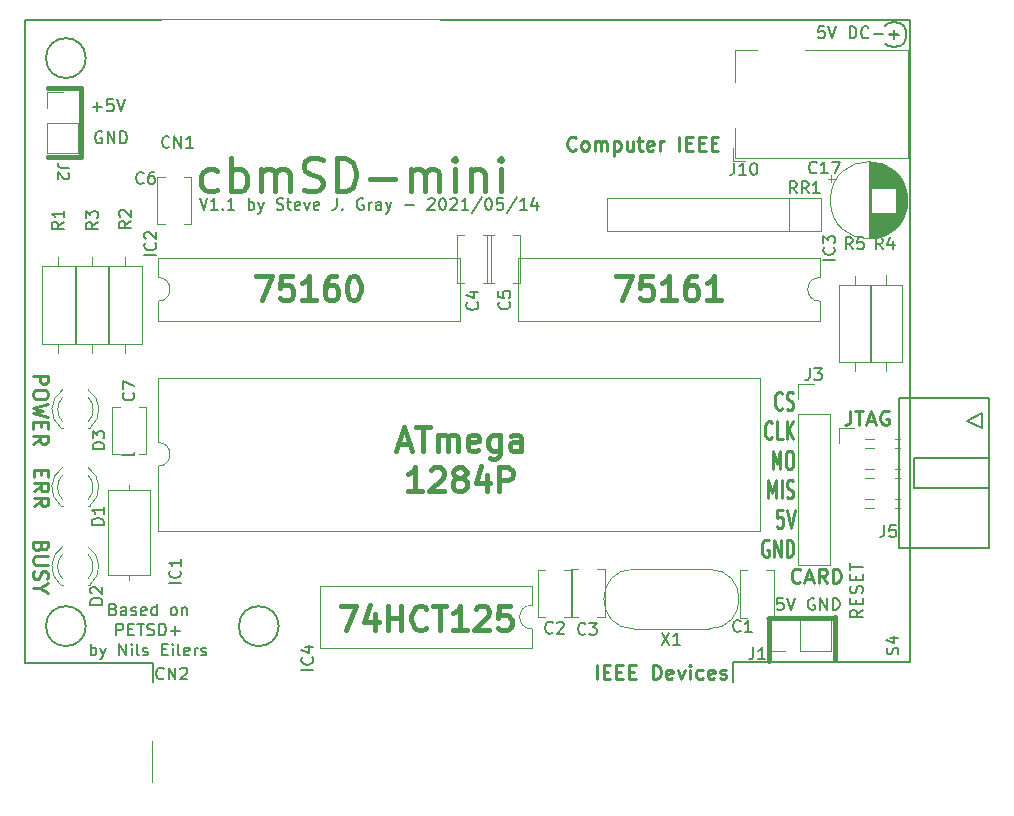
<source format=gto>
G04 #@! TF.GenerationSoftware,KiCad,Pcbnew,(5.1.9)-1*
G04 #@! TF.CreationDate,2021-05-14T21:12:05-04:00*
G04 #@! TF.ProjectId,CBM-SD,43424d2d-5344-42e6-9b69-6361645f7063,rev?*
G04 #@! TF.SameCoordinates,Original*
G04 #@! TF.FileFunction,Legend,Top*
G04 #@! TF.FilePolarity,Positive*
%FSLAX46Y46*%
G04 Gerber Fmt 4.6, Leading zero omitted, Abs format (unit mm)*
G04 Created by KiCad (PCBNEW (5.1.9)-1) date 2021-05-14 21:12:05*
%MOMM*%
%LPD*%
G01*
G04 APERTURE LIST*
%ADD10C,0.203200*%
G04 #@! TA.AperFunction,Profile*
%ADD11C,0.200660*%
G04 #@! TD*
%ADD12C,0.381000*%
%ADD13C,0.150000*%
%ADD14C,0.250000*%
%ADD15C,0.200000*%
%ADD16C,0.400000*%
%ADD17C,0.120000*%
%ADD18C,0.100000*%
%ADD19O,1.600000X1.600000*%
%ADD20R,1.600000X1.600000*%
%ADD21O,1.700000X1.700000*%
%ADD22R,1.700000X1.700000*%
%ADD23C,1.600000*%
%ADD24C,2.400000*%
%ADD25R,3.500000X3.500000*%
%ADD26C,1.800000*%
%ADD27R,1.800000X1.800000*%
%ADD28C,1.500000*%
%ADD29O,2.410000X8.760000*%
G04 APERTURE END LIST*
D10*
X122912414Y-73122971D02*
X123686509Y-73122971D01*
X123299461Y-73510019D02*
X123299461Y-72735923D01*
X124654128Y-72494019D02*
X124170319Y-72494019D01*
X124121938Y-72977828D01*
X124170319Y-72929447D01*
X124267080Y-72881066D01*
X124508985Y-72881066D01*
X124605747Y-72929447D01*
X124654128Y-72977828D01*
X124702509Y-73074590D01*
X124702509Y-73316495D01*
X124654128Y-73413257D01*
X124605747Y-73461638D01*
X124508985Y-73510019D01*
X124267080Y-73510019D01*
X124170319Y-73461638D01*
X124121938Y-73413257D01*
X124992795Y-72494019D02*
X125331461Y-73510019D01*
X125670128Y-72494019D01*
D11*
X122337228Y-69011800D02*
G75*
G03*
X122337228Y-69011800I-1687228J0D01*
G01*
X122337228Y-117104827D02*
G75*
G03*
X122337228Y-117104827I-1687228J0D01*
G01*
D12*
X180200300Y-116408200D02*
X185750200Y-116408200D01*
X185750200Y-116293900D02*
X185750200Y-119862600D01*
D11*
X192151000Y-120142000D02*
X181165500Y-120142000D01*
X192151000Y-65786000D02*
X117221000Y-65786000D01*
D10*
X181373538Y-114721519D02*
X180889728Y-114721519D01*
X180841347Y-115205328D01*
X180889728Y-115156947D01*
X180986490Y-115108566D01*
X181228395Y-115108566D01*
X181325157Y-115156947D01*
X181373538Y-115205328D01*
X181421919Y-115302090D01*
X181421919Y-115543995D01*
X181373538Y-115640757D01*
X181325157Y-115689138D01*
X181228395Y-115737519D01*
X180986490Y-115737519D01*
X180889728Y-115689138D01*
X180841347Y-115640757D01*
X181712204Y-114721519D02*
X182050871Y-115737519D01*
X182389538Y-114721519D01*
X184034490Y-114769900D02*
X183937728Y-114721519D01*
X183792585Y-114721519D01*
X183647442Y-114769900D01*
X183550680Y-114866661D01*
X183502300Y-114963423D01*
X183453919Y-115156947D01*
X183453919Y-115302090D01*
X183502300Y-115495614D01*
X183550680Y-115592376D01*
X183647442Y-115689138D01*
X183792585Y-115737519D01*
X183889347Y-115737519D01*
X184034490Y-115689138D01*
X184082871Y-115640757D01*
X184082871Y-115302090D01*
X183889347Y-115302090D01*
X184518300Y-115737519D02*
X184518300Y-114721519D01*
X185098871Y-115737519D01*
X185098871Y-114721519D01*
X185582680Y-115737519D02*
X185582680Y-114721519D01*
X185824585Y-114721519D01*
X185969728Y-114769900D01*
X186066490Y-114866661D01*
X186114871Y-114963423D01*
X186163252Y-115156947D01*
X186163252Y-115302090D01*
X186114871Y-115495614D01*
X186066490Y-115592376D01*
X185969728Y-115689138D01*
X185824585Y-115737519D01*
X185582680Y-115737519D01*
D12*
X180200300Y-116484400D02*
X180200300Y-120053100D01*
D13*
X190382614Y-67000428D02*
X191144519Y-67000428D01*
X190763566Y-67381380D02*
X190763566Y-66619476D01*
X191525471Y-67762333D02*
X191573090Y-67714714D01*
X191668328Y-67571857D01*
X191715947Y-67476619D01*
X191763566Y-67333761D01*
X191811185Y-67095666D01*
X191811185Y-66905190D01*
X191763566Y-66667095D01*
X191715947Y-66524238D01*
X191668328Y-66429000D01*
X191573090Y-66286142D01*
X191525471Y-66238523D01*
X191536533Y-67779804D02*
X191488914Y-67827423D01*
X191346057Y-67922661D01*
X191250819Y-67970280D01*
X191107961Y-68017900D01*
X190869866Y-68065519D01*
X190679390Y-68065519D01*
X190441295Y-68017900D01*
X190298438Y-67970280D01*
X190203200Y-67922661D01*
X190060342Y-67827423D01*
X190012723Y-67779804D01*
X190774628Y-67398852D02*
X190774628Y-66636947D01*
X191155580Y-67017900D02*
X190393676Y-67017900D01*
X191536533Y-66255995D02*
X191488914Y-66208376D01*
X191346057Y-66113138D01*
X191250819Y-66065519D01*
X191107961Y-66017900D01*
X190869866Y-65970280D01*
X190679390Y-65970280D01*
X190441295Y-66017900D01*
X190298438Y-66065519D01*
X190203200Y-66113138D01*
X190060342Y-66208376D01*
X190012723Y-66255995D01*
D11*
X117221000Y-120230900D02*
X117221000Y-65786000D01*
X128003300Y-120230900D02*
X117221000Y-120230900D01*
X128003300Y-130035300D02*
X128003300Y-120230900D01*
X138669428Y-117106700D02*
G75*
G03*
X138669428Y-117106700I-1687228J0D01*
G01*
X177152300Y-120142000D02*
X177152300Y-120192800D01*
X181165500Y-120142000D02*
X177152300Y-120142000D01*
X192151000Y-114109500D02*
X192151000Y-120142000D01*
D14*
X181295242Y-98628914D02*
X181247623Y-98700342D01*
X181104766Y-98771771D01*
X181009528Y-98771771D01*
X180866671Y-98700342D01*
X180771433Y-98557485D01*
X180723814Y-98414628D01*
X180676195Y-98128914D01*
X180676195Y-97914628D01*
X180723814Y-97628914D01*
X180771433Y-97486057D01*
X180866671Y-97343200D01*
X181009528Y-97271771D01*
X181104766Y-97271771D01*
X181247623Y-97343200D01*
X181295242Y-97414628D01*
X181676195Y-98700342D02*
X181819052Y-98771771D01*
X182057147Y-98771771D01*
X182152385Y-98700342D01*
X182200004Y-98628914D01*
X182247623Y-98486057D01*
X182247623Y-98343200D01*
X182200004Y-98200342D01*
X182152385Y-98128914D01*
X182057147Y-98057485D01*
X181866671Y-97986057D01*
X181771433Y-97914628D01*
X181723814Y-97843200D01*
X181676195Y-97700342D01*
X181676195Y-97557485D01*
X181723814Y-97414628D01*
X181771433Y-97343200D01*
X181866671Y-97271771D01*
X182104766Y-97271771D01*
X182247623Y-97343200D01*
X180438100Y-101128914D02*
X180390480Y-101200342D01*
X180247623Y-101271771D01*
X180152385Y-101271771D01*
X180009528Y-101200342D01*
X179914290Y-101057485D01*
X179866671Y-100914628D01*
X179819052Y-100628914D01*
X179819052Y-100414628D01*
X179866671Y-100128914D01*
X179914290Y-99986057D01*
X180009528Y-99843200D01*
X180152385Y-99771771D01*
X180247623Y-99771771D01*
X180390480Y-99843200D01*
X180438100Y-99914628D01*
X181342861Y-101271771D02*
X180866671Y-101271771D01*
X180866671Y-99771771D01*
X181676195Y-101271771D02*
X181676195Y-99771771D01*
X182247623Y-101271771D02*
X181819052Y-100414628D01*
X182247623Y-99771771D02*
X181676195Y-100628914D01*
X180485719Y-103771771D02*
X180485719Y-102271771D01*
X180819052Y-103343200D01*
X181152385Y-102271771D01*
X181152385Y-103771771D01*
X181819052Y-102271771D02*
X182009528Y-102271771D01*
X182104766Y-102343200D01*
X182200004Y-102486057D01*
X182247623Y-102771771D01*
X182247623Y-103271771D01*
X182200004Y-103557485D01*
X182104766Y-103700342D01*
X182009528Y-103771771D01*
X181819052Y-103771771D01*
X181723814Y-103700342D01*
X181628576Y-103557485D01*
X181580957Y-103271771D01*
X181580957Y-102771771D01*
X181628576Y-102486057D01*
X181723814Y-102343200D01*
X181819052Y-102271771D01*
X180104766Y-106271771D02*
X180104766Y-104771771D01*
X180438100Y-105843200D01*
X180771433Y-104771771D01*
X180771433Y-106271771D01*
X181247623Y-106271771D02*
X181247623Y-104771771D01*
X181676195Y-106200342D02*
X181819052Y-106271771D01*
X182057147Y-106271771D01*
X182152385Y-106200342D01*
X182200004Y-106128914D01*
X182247623Y-105986057D01*
X182247623Y-105843200D01*
X182200004Y-105700342D01*
X182152385Y-105628914D01*
X182057147Y-105557485D01*
X181866671Y-105486057D01*
X181771433Y-105414628D01*
X181723814Y-105343200D01*
X181676195Y-105200342D01*
X181676195Y-105057485D01*
X181723814Y-104914628D01*
X181771433Y-104843200D01*
X181866671Y-104771771D01*
X182104766Y-104771771D01*
X182247623Y-104843200D01*
X181342861Y-107271771D02*
X180866671Y-107271771D01*
X180819052Y-107986057D01*
X180866671Y-107914628D01*
X180961909Y-107843200D01*
X181200004Y-107843200D01*
X181295242Y-107914628D01*
X181342861Y-107986057D01*
X181390480Y-108128914D01*
X181390480Y-108486057D01*
X181342861Y-108628914D01*
X181295242Y-108700342D01*
X181200004Y-108771771D01*
X180961909Y-108771771D01*
X180866671Y-108700342D01*
X180819052Y-108628914D01*
X181676195Y-107271771D02*
X182009528Y-108771771D01*
X182342861Y-107271771D01*
X180152385Y-109843200D02*
X180057147Y-109771771D01*
X179914290Y-109771771D01*
X179771433Y-109843200D01*
X179676195Y-109986057D01*
X179628576Y-110128914D01*
X179580957Y-110414628D01*
X179580957Y-110628914D01*
X179628576Y-110914628D01*
X179676195Y-111057485D01*
X179771433Y-111200342D01*
X179914290Y-111271771D01*
X180009528Y-111271771D01*
X180152385Y-111200342D01*
X180200004Y-111128914D01*
X180200004Y-110628914D01*
X180009528Y-110628914D01*
X180628576Y-111271771D02*
X180628576Y-109771771D01*
X181200004Y-111271771D01*
X181200004Y-109771771D01*
X181676195Y-111271771D02*
X181676195Y-109771771D01*
X181914290Y-109771771D01*
X182057147Y-109843200D01*
X182152385Y-109986057D01*
X182200004Y-110128914D01*
X182247623Y-110414628D01*
X182247623Y-110628914D01*
X182200004Y-110914628D01*
X182152385Y-111057485D01*
X182057147Y-111200342D01*
X181914290Y-111271771D01*
X181676195Y-111271771D01*
D12*
X121970800Y-71551800D02*
X119164100Y-71551800D01*
X121970800Y-71615300D02*
X121970800Y-71551800D01*
X121970800Y-77381100D02*
X121970800Y-71615300D01*
X119126000Y-77381100D02*
X121970800Y-77381100D01*
D15*
X188140119Y-115732519D02*
X187616309Y-116099185D01*
X188140119Y-116361090D02*
X187040119Y-116361090D01*
X187040119Y-115942042D01*
X187092500Y-115837280D01*
X187144880Y-115784900D01*
X187249642Y-115732519D01*
X187406785Y-115732519D01*
X187511547Y-115784900D01*
X187563928Y-115837280D01*
X187616309Y-115942042D01*
X187616309Y-116361090D01*
X187563928Y-115261090D02*
X187563928Y-114894423D01*
X188140119Y-114737280D02*
X188140119Y-115261090D01*
X187040119Y-115261090D01*
X187040119Y-114737280D01*
X188087738Y-114318233D02*
X188140119Y-114161090D01*
X188140119Y-113899185D01*
X188087738Y-113794423D01*
X188035357Y-113742042D01*
X187930595Y-113689661D01*
X187825833Y-113689661D01*
X187721071Y-113742042D01*
X187668690Y-113794423D01*
X187616309Y-113899185D01*
X187563928Y-114108709D01*
X187511547Y-114213471D01*
X187459166Y-114265852D01*
X187354404Y-114318233D01*
X187249642Y-114318233D01*
X187144880Y-114265852D01*
X187092500Y-114213471D01*
X187040119Y-114108709D01*
X187040119Y-113846804D01*
X187092500Y-113689661D01*
X187563928Y-113218233D02*
X187563928Y-112851566D01*
X188140119Y-112694423D02*
X188140119Y-113218233D01*
X187040119Y-113218233D01*
X187040119Y-112694423D01*
X187040119Y-112380138D02*
X187040119Y-111751566D01*
X188140119Y-112065852D02*
X187040119Y-112065852D01*
D14*
X187059433Y-98850852D02*
X187059433Y-99736566D01*
X187000385Y-99913709D01*
X186882290Y-100031804D01*
X186705147Y-100090852D01*
X186587052Y-100090852D01*
X187472766Y-98850852D02*
X188181338Y-98850852D01*
X187827052Y-100090852D02*
X187827052Y-98850852D01*
X188535623Y-99736566D02*
X189126100Y-99736566D01*
X188417528Y-100090852D02*
X188830861Y-98850852D01*
X189244195Y-100090852D01*
X190307052Y-98909900D02*
X190188957Y-98850852D01*
X190011814Y-98850852D01*
X189834671Y-98909900D01*
X189716576Y-99027995D01*
X189657528Y-99146090D01*
X189598480Y-99382280D01*
X189598480Y-99559423D01*
X189657528Y-99795614D01*
X189716576Y-99913709D01*
X189834671Y-100031804D01*
X190011814Y-100090852D01*
X190129909Y-100090852D01*
X190307052Y-100031804D01*
X190366100Y-99972757D01*
X190366100Y-99559423D01*
X190129909Y-99559423D01*
D15*
X124669919Y-115665471D02*
X124812776Y-115713090D01*
X124860395Y-115760709D01*
X124908014Y-115855947D01*
X124908014Y-115998804D01*
X124860395Y-116094042D01*
X124812776Y-116141661D01*
X124717538Y-116189280D01*
X124336585Y-116189280D01*
X124336585Y-115189280D01*
X124669919Y-115189280D01*
X124765157Y-115236900D01*
X124812776Y-115284519D01*
X124860395Y-115379757D01*
X124860395Y-115474995D01*
X124812776Y-115570233D01*
X124765157Y-115617852D01*
X124669919Y-115665471D01*
X124336585Y-115665471D01*
X125765157Y-116189280D02*
X125765157Y-115665471D01*
X125717538Y-115570233D01*
X125622300Y-115522614D01*
X125431823Y-115522614D01*
X125336585Y-115570233D01*
X125765157Y-116141661D02*
X125669919Y-116189280D01*
X125431823Y-116189280D01*
X125336585Y-116141661D01*
X125288966Y-116046423D01*
X125288966Y-115951185D01*
X125336585Y-115855947D01*
X125431823Y-115808328D01*
X125669919Y-115808328D01*
X125765157Y-115760709D01*
X126193728Y-116141661D02*
X126288966Y-116189280D01*
X126479442Y-116189280D01*
X126574680Y-116141661D01*
X126622300Y-116046423D01*
X126622300Y-115998804D01*
X126574680Y-115903566D01*
X126479442Y-115855947D01*
X126336585Y-115855947D01*
X126241347Y-115808328D01*
X126193728Y-115713090D01*
X126193728Y-115665471D01*
X126241347Y-115570233D01*
X126336585Y-115522614D01*
X126479442Y-115522614D01*
X126574680Y-115570233D01*
X127431823Y-116141661D02*
X127336585Y-116189280D01*
X127146109Y-116189280D01*
X127050871Y-116141661D01*
X127003252Y-116046423D01*
X127003252Y-115665471D01*
X127050871Y-115570233D01*
X127146109Y-115522614D01*
X127336585Y-115522614D01*
X127431823Y-115570233D01*
X127479442Y-115665471D01*
X127479442Y-115760709D01*
X127003252Y-115855947D01*
X128336585Y-116189280D02*
X128336585Y-115189280D01*
X128336585Y-116141661D02*
X128241347Y-116189280D01*
X128050871Y-116189280D01*
X127955633Y-116141661D01*
X127908014Y-116094042D01*
X127860395Y-115998804D01*
X127860395Y-115713090D01*
X127908014Y-115617852D01*
X127955633Y-115570233D01*
X128050871Y-115522614D01*
X128241347Y-115522614D01*
X128336585Y-115570233D01*
X129717538Y-116189280D02*
X129622300Y-116141661D01*
X129574680Y-116094042D01*
X129527061Y-115998804D01*
X129527061Y-115713090D01*
X129574680Y-115617852D01*
X129622300Y-115570233D01*
X129717538Y-115522614D01*
X129860395Y-115522614D01*
X129955633Y-115570233D01*
X130003252Y-115617852D01*
X130050871Y-115713090D01*
X130050871Y-115998804D01*
X130003252Y-116094042D01*
X129955633Y-116141661D01*
X129860395Y-116189280D01*
X129717538Y-116189280D01*
X130479442Y-115522614D02*
X130479442Y-116189280D01*
X130479442Y-115617852D02*
X130527061Y-115570233D01*
X130622300Y-115522614D01*
X130765157Y-115522614D01*
X130860395Y-115570233D01*
X130908014Y-115665471D01*
X130908014Y-116189280D01*
X124931823Y-117889280D02*
X124931823Y-116889280D01*
X125312776Y-116889280D01*
X125408014Y-116936900D01*
X125455633Y-116984519D01*
X125503252Y-117079757D01*
X125503252Y-117222614D01*
X125455633Y-117317852D01*
X125408014Y-117365471D01*
X125312776Y-117413090D01*
X124931823Y-117413090D01*
X125931823Y-117365471D02*
X126265157Y-117365471D01*
X126408014Y-117889280D02*
X125931823Y-117889280D01*
X125931823Y-116889280D01*
X126408014Y-116889280D01*
X126693728Y-116889280D02*
X127265157Y-116889280D01*
X126979442Y-117889280D02*
X126979442Y-116889280D01*
X127550871Y-117841661D02*
X127693728Y-117889280D01*
X127931823Y-117889280D01*
X128027061Y-117841661D01*
X128074680Y-117794042D01*
X128122300Y-117698804D01*
X128122300Y-117603566D01*
X128074680Y-117508328D01*
X128027061Y-117460709D01*
X127931823Y-117413090D01*
X127741347Y-117365471D01*
X127646109Y-117317852D01*
X127598490Y-117270233D01*
X127550871Y-117174995D01*
X127550871Y-117079757D01*
X127598490Y-116984519D01*
X127646109Y-116936900D01*
X127741347Y-116889280D01*
X127979442Y-116889280D01*
X128122300Y-116936900D01*
X128550871Y-117889280D02*
X128550871Y-116889280D01*
X128788966Y-116889280D01*
X128931823Y-116936900D01*
X129027061Y-117032138D01*
X129074680Y-117127376D01*
X129122300Y-117317852D01*
X129122300Y-117460709D01*
X129074680Y-117651185D01*
X129027061Y-117746423D01*
X128931823Y-117841661D01*
X128788966Y-117889280D01*
X128550871Y-117889280D01*
X129550871Y-117508328D02*
X130312776Y-117508328D01*
X129931823Y-117889280D02*
X129931823Y-117127376D01*
X122741347Y-119589280D02*
X122741347Y-118589280D01*
X122741347Y-118970233D02*
X122836585Y-118922614D01*
X123027061Y-118922614D01*
X123122300Y-118970233D01*
X123169919Y-119017852D01*
X123217538Y-119113090D01*
X123217538Y-119398804D01*
X123169919Y-119494042D01*
X123122300Y-119541661D01*
X123027061Y-119589280D01*
X122836585Y-119589280D01*
X122741347Y-119541661D01*
X123550871Y-118922614D02*
X123788966Y-119589280D01*
X124027061Y-118922614D02*
X123788966Y-119589280D01*
X123693728Y-119827376D01*
X123646109Y-119874995D01*
X123550871Y-119922614D01*
X125169919Y-119589280D02*
X125169919Y-118589280D01*
X125741347Y-119589280D01*
X125741347Y-118589280D01*
X126217538Y-119589280D02*
X126217538Y-118922614D01*
X126217538Y-118589280D02*
X126169919Y-118636900D01*
X126217538Y-118684519D01*
X126265157Y-118636900D01*
X126217538Y-118589280D01*
X126217538Y-118684519D01*
X126836585Y-119589280D02*
X126741347Y-119541661D01*
X126693728Y-119446423D01*
X126693728Y-118589280D01*
X127169919Y-119541661D02*
X127265157Y-119589280D01*
X127455633Y-119589280D01*
X127550871Y-119541661D01*
X127598490Y-119446423D01*
X127598490Y-119398804D01*
X127550871Y-119303566D01*
X127455633Y-119255947D01*
X127312776Y-119255947D01*
X127217538Y-119208328D01*
X127169919Y-119113090D01*
X127169919Y-119065471D01*
X127217538Y-118970233D01*
X127312776Y-118922614D01*
X127455633Y-118922614D01*
X127550871Y-118970233D01*
X128788966Y-119065471D02*
X129122300Y-119065471D01*
X129265157Y-119589280D02*
X128788966Y-119589280D01*
X128788966Y-118589280D01*
X129265157Y-118589280D01*
X129693728Y-119589280D02*
X129693728Y-118922614D01*
X129693728Y-118589280D02*
X129646109Y-118636900D01*
X129693728Y-118684519D01*
X129741347Y-118636900D01*
X129693728Y-118589280D01*
X129693728Y-118684519D01*
X130312776Y-119589280D02*
X130217538Y-119541661D01*
X130169919Y-119446423D01*
X130169919Y-118589280D01*
X131074680Y-119541661D02*
X130979442Y-119589280D01*
X130788966Y-119589280D01*
X130693728Y-119541661D01*
X130646109Y-119446423D01*
X130646109Y-119065471D01*
X130693728Y-118970233D01*
X130788966Y-118922614D01*
X130979442Y-118922614D01*
X131074680Y-118970233D01*
X131122300Y-119065471D01*
X131122300Y-119160709D01*
X130646109Y-119255947D01*
X131550871Y-119589280D02*
X131550871Y-118922614D01*
X131550871Y-119113090D02*
X131598490Y-119017852D01*
X131646109Y-118970233D01*
X131741347Y-118922614D01*
X131836585Y-118922614D01*
X132122300Y-119541661D02*
X132217538Y-119589280D01*
X132408014Y-119589280D01*
X132503252Y-119541661D01*
X132550871Y-119446423D01*
X132550871Y-119398804D01*
X132503252Y-119303566D01*
X132408014Y-119255947D01*
X132265157Y-119255947D01*
X132169919Y-119208328D01*
X132122300Y-119113090D01*
X132122300Y-119065471D01*
X132169919Y-118970233D01*
X132265157Y-118922614D01*
X132408014Y-118922614D01*
X132503252Y-118970233D01*
D14*
X182832542Y-113331571D02*
X182775400Y-113388714D01*
X182603971Y-113445857D01*
X182489685Y-113445857D01*
X182318257Y-113388714D01*
X182203971Y-113274428D01*
X182146828Y-113160142D01*
X182089685Y-112931571D01*
X182089685Y-112760142D01*
X182146828Y-112531571D01*
X182203971Y-112417285D01*
X182318257Y-112303000D01*
X182489685Y-112245857D01*
X182603971Y-112245857D01*
X182775400Y-112303000D01*
X182832542Y-112360142D01*
X183289685Y-113103000D02*
X183861114Y-113103000D01*
X183175400Y-113445857D02*
X183575400Y-112245857D01*
X183975400Y-113445857D01*
X185061114Y-113445857D02*
X184661114Y-112874428D01*
X184375400Y-113445857D02*
X184375400Y-112245857D01*
X184832542Y-112245857D01*
X184946828Y-112303000D01*
X185003971Y-112360142D01*
X185061114Y-112474428D01*
X185061114Y-112645857D01*
X185003971Y-112760142D01*
X184946828Y-112817285D01*
X184832542Y-112874428D01*
X184375400Y-112874428D01*
X185575400Y-113445857D02*
X185575400Y-112245857D01*
X185861114Y-112245857D01*
X186032542Y-112303000D01*
X186146828Y-112417285D01*
X186203971Y-112531571D01*
X186261114Y-112760142D01*
X186261114Y-112931571D01*
X186203971Y-113160142D01*
X186146828Y-113274428D01*
X186032542Y-113388714D01*
X185861114Y-113445857D01*
X185575400Y-113445857D01*
D16*
X143907785Y-115427261D02*
X145241119Y-115427261D01*
X144383976Y-117427261D01*
X146860166Y-116093928D02*
X146860166Y-117427261D01*
X146383976Y-115332023D02*
X145907785Y-116760595D01*
X147145880Y-116760595D01*
X147907785Y-117427261D02*
X147907785Y-115427261D01*
X147907785Y-116379642D02*
X149050642Y-116379642D01*
X149050642Y-117427261D02*
X149050642Y-115427261D01*
X151145880Y-117236785D02*
X151050642Y-117332023D01*
X150764928Y-117427261D01*
X150574452Y-117427261D01*
X150288738Y-117332023D01*
X150098261Y-117141547D01*
X150003023Y-116951071D01*
X149907785Y-116570119D01*
X149907785Y-116284404D01*
X150003023Y-115903452D01*
X150098261Y-115712976D01*
X150288738Y-115522500D01*
X150574452Y-115427261D01*
X150764928Y-115427261D01*
X151050642Y-115522500D01*
X151145880Y-115617738D01*
X151717309Y-115427261D02*
X152860166Y-115427261D01*
X152288738Y-117427261D02*
X152288738Y-115427261D01*
X154574452Y-117427261D02*
X153431595Y-117427261D01*
X154003023Y-117427261D02*
X154003023Y-115427261D01*
X153812547Y-115712976D01*
X153622071Y-115903452D01*
X153431595Y-115998690D01*
X155336357Y-115617738D02*
X155431595Y-115522500D01*
X155622071Y-115427261D01*
X156098261Y-115427261D01*
X156288738Y-115522500D01*
X156383976Y-115617738D01*
X156479214Y-115808214D01*
X156479214Y-115998690D01*
X156383976Y-116284404D01*
X155241119Y-117427261D01*
X156479214Y-117427261D01*
X158288738Y-115427261D02*
X157336357Y-115427261D01*
X157241119Y-116379642D01*
X157336357Y-116284404D01*
X157526833Y-116189166D01*
X158003023Y-116189166D01*
X158193500Y-116284404D01*
X158288738Y-116379642D01*
X158383976Y-116570119D01*
X158383976Y-117046309D01*
X158288738Y-117236785D01*
X158193500Y-117332023D01*
X158003023Y-117427261D01*
X157526833Y-117427261D01*
X157336357Y-117332023D01*
X157241119Y-117236785D01*
D14*
X165612000Y-121586557D02*
X165612000Y-120386557D01*
X166183428Y-120957985D02*
X166583428Y-120957985D01*
X166754857Y-121586557D02*
X166183428Y-121586557D01*
X166183428Y-120386557D01*
X166754857Y-120386557D01*
X167269142Y-120957985D02*
X167669142Y-120957985D01*
X167840571Y-121586557D02*
X167269142Y-121586557D01*
X167269142Y-120386557D01*
X167840571Y-120386557D01*
X168354857Y-120957985D02*
X168754857Y-120957985D01*
X168926285Y-121586557D02*
X168354857Y-121586557D01*
X168354857Y-120386557D01*
X168926285Y-120386557D01*
X170354857Y-121586557D02*
X170354857Y-120386557D01*
X170640571Y-120386557D01*
X170812000Y-120443700D01*
X170926285Y-120557985D01*
X170983428Y-120672271D01*
X171040571Y-120900842D01*
X171040571Y-121072271D01*
X170983428Y-121300842D01*
X170926285Y-121415128D01*
X170812000Y-121529414D01*
X170640571Y-121586557D01*
X170354857Y-121586557D01*
X172012000Y-121529414D02*
X171897714Y-121586557D01*
X171669142Y-121586557D01*
X171554857Y-121529414D01*
X171497714Y-121415128D01*
X171497714Y-120957985D01*
X171554857Y-120843700D01*
X171669142Y-120786557D01*
X171897714Y-120786557D01*
X172012000Y-120843700D01*
X172069142Y-120957985D01*
X172069142Y-121072271D01*
X171497714Y-121186557D01*
X172469142Y-120786557D02*
X172754857Y-121586557D01*
X173040571Y-120786557D01*
X173497714Y-121586557D02*
X173497714Y-120786557D01*
X173497714Y-120386557D02*
X173440571Y-120443700D01*
X173497714Y-120500842D01*
X173554857Y-120443700D01*
X173497714Y-120386557D01*
X173497714Y-120500842D01*
X174583428Y-121529414D02*
X174469142Y-121586557D01*
X174240571Y-121586557D01*
X174126285Y-121529414D01*
X174069142Y-121472271D01*
X174012000Y-121357985D01*
X174012000Y-121015128D01*
X174069142Y-120900842D01*
X174126285Y-120843700D01*
X174240571Y-120786557D01*
X174469142Y-120786557D01*
X174583428Y-120843700D01*
X175554857Y-121529414D02*
X175440571Y-121586557D01*
X175212000Y-121586557D01*
X175097714Y-121529414D01*
X175040571Y-121415128D01*
X175040571Y-120957985D01*
X175097714Y-120843700D01*
X175212000Y-120786557D01*
X175440571Y-120786557D01*
X175554857Y-120843700D01*
X175612000Y-120957985D01*
X175612000Y-121072271D01*
X175040571Y-121186557D01*
X176069142Y-121529414D02*
X176183428Y-121586557D01*
X176412000Y-121586557D01*
X176526285Y-121529414D01*
X176583428Y-121415128D01*
X176583428Y-121357985D01*
X176526285Y-121243700D01*
X176412000Y-121186557D01*
X176240571Y-121186557D01*
X176126285Y-121129414D01*
X176069142Y-121015128D01*
X176069142Y-120957985D01*
X176126285Y-120843700D01*
X176240571Y-120786557D01*
X176412000Y-120786557D01*
X176526285Y-120843700D01*
D11*
X177152300Y-130035300D02*
X177152300Y-120192800D01*
X166674800Y-131432300D02*
X175755300Y-131432300D01*
X138925300Y-131432300D02*
X162801300Y-131432300D01*
X129400300Y-131432300D02*
X135051800Y-131432300D01*
D14*
X163840485Y-76742871D02*
X163783342Y-76800014D01*
X163611914Y-76857157D01*
X163497628Y-76857157D01*
X163326200Y-76800014D01*
X163211914Y-76685728D01*
X163154771Y-76571442D01*
X163097628Y-76342871D01*
X163097628Y-76171442D01*
X163154771Y-75942871D01*
X163211914Y-75828585D01*
X163326200Y-75714300D01*
X163497628Y-75657157D01*
X163611914Y-75657157D01*
X163783342Y-75714300D01*
X163840485Y-75771442D01*
X164526200Y-76857157D02*
X164411914Y-76800014D01*
X164354771Y-76742871D01*
X164297628Y-76628585D01*
X164297628Y-76285728D01*
X164354771Y-76171442D01*
X164411914Y-76114300D01*
X164526200Y-76057157D01*
X164697628Y-76057157D01*
X164811914Y-76114300D01*
X164869057Y-76171442D01*
X164926200Y-76285728D01*
X164926200Y-76628585D01*
X164869057Y-76742871D01*
X164811914Y-76800014D01*
X164697628Y-76857157D01*
X164526200Y-76857157D01*
X165440485Y-76857157D02*
X165440485Y-76057157D01*
X165440485Y-76171442D02*
X165497628Y-76114300D01*
X165611914Y-76057157D01*
X165783342Y-76057157D01*
X165897628Y-76114300D01*
X165954771Y-76228585D01*
X165954771Y-76857157D01*
X165954771Y-76228585D02*
X166011914Y-76114300D01*
X166126200Y-76057157D01*
X166297628Y-76057157D01*
X166411914Y-76114300D01*
X166469057Y-76228585D01*
X166469057Y-76857157D01*
X167040485Y-76057157D02*
X167040485Y-77257157D01*
X167040485Y-76114300D02*
X167154771Y-76057157D01*
X167383342Y-76057157D01*
X167497628Y-76114300D01*
X167554771Y-76171442D01*
X167611914Y-76285728D01*
X167611914Y-76628585D01*
X167554771Y-76742871D01*
X167497628Y-76800014D01*
X167383342Y-76857157D01*
X167154771Y-76857157D01*
X167040485Y-76800014D01*
X168640485Y-76057157D02*
X168640485Y-76857157D01*
X168126200Y-76057157D02*
X168126200Y-76685728D01*
X168183342Y-76800014D01*
X168297628Y-76857157D01*
X168469057Y-76857157D01*
X168583342Y-76800014D01*
X168640485Y-76742871D01*
X169040485Y-76057157D02*
X169497628Y-76057157D01*
X169211914Y-75657157D02*
X169211914Y-76685728D01*
X169269057Y-76800014D01*
X169383342Y-76857157D01*
X169497628Y-76857157D01*
X170354771Y-76800014D02*
X170240485Y-76857157D01*
X170011914Y-76857157D01*
X169897628Y-76800014D01*
X169840485Y-76685728D01*
X169840485Y-76228585D01*
X169897628Y-76114300D01*
X170011914Y-76057157D01*
X170240485Y-76057157D01*
X170354771Y-76114300D01*
X170411914Y-76228585D01*
X170411914Y-76342871D01*
X169840485Y-76457157D01*
X170926200Y-76857157D02*
X170926200Y-76057157D01*
X170926200Y-76285728D02*
X170983342Y-76171442D01*
X171040485Y-76114300D01*
X171154771Y-76057157D01*
X171269057Y-76057157D01*
X172583342Y-76857157D02*
X172583342Y-75657157D01*
X173154771Y-76228585D02*
X173554771Y-76228585D01*
X173726200Y-76857157D02*
X173154771Y-76857157D01*
X173154771Y-75657157D01*
X173726200Y-75657157D01*
X174240485Y-76228585D02*
X174640485Y-76228585D01*
X174811914Y-76857157D02*
X174240485Y-76857157D01*
X174240485Y-75657157D01*
X174811914Y-75657157D01*
X175326200Y-76228585D02*
X175726200Y-76228585D01*
X175897628Y-76857157D02*
X175326200Y-76857157D01*
X175326200Y-75657157D01*
X175897628Y-75657157D01*
D11*
X136448800Y-122415300D02*
X136448800Y-130035300D01*
X137528300Y-130035300D02*
X137528300Y-122415300D01*
X164198300Y-122351800D02*
X164198300Y-130035300D01*
X165277800Y-130035300D02*
X165277800Y-122351800D01*
X129400300Y-131432300D02*
G75*
G02*
X128003300Y-130035300I0J1397000D01*
G01*
X136448800Y-130035300D02*
G75*
G02*
X135051800Y-131432300I-1397000J0D01*
G01*
X138925300Y-131432300D02*
G75*
G02*
X137528300Y-130035300I0J1397000D01*
G01*
X164198300Y-130035300D02*
G75*
G02*
X162801300Y-131432300I-1397000J0D01*
G01*
X166674800Y-131432300D02*
G75*
G02*
X165277800Y-130035300I0J1397000D01*
G01*
X177152300Y-130035300D02*
G75*
G02*
X175755300Y-131432300I-1397000J0D01*
G01*
X136448800Y-122415300D02*
X137528300Y-122415300D01*
X165277800Y-122351800D02*
X164198300Y-122351800D01*
D10*
X123698604Y-75272900D02*
X123601842Y-75224519D01*
X123456700Y-75224519D01*
X123311557Y-75272900D01*
X123214795Y-75369661D01*
X123166414Y-75466423D01*
X123118033Y-75659947D01*
X123118033Y-75805090D01*
X123166414Y-75998614D01*
X123214795Y-76095376D01*
X123311557Y-76192138D01*
X123456700Y-76240519D01*
X123553461Y-76240519D01*
X123698604Y-76192138D01*
X123746985Y-76143757D01*
X123746985Y-75805090D01*
X123553461Y-75805090D01*
X124182414Y-76240519D02*
X124182414Y-75224519D01*
X124762985Y-76240519D01*
X124762985Y-75224519D01*
X125246795Y-76240519D02*
X125246795Y-75224519D01*
X125488700Y-75224519D01*
X125633842Y-75272900D01*
X125730604Y-75369661D01*
X125778985Y-75466423D01*
X125827366Y-75659947D01*
X125827366Y-75805090D01*
X125778985Y-75998614D01*
X125730604Y-76095376D01*
X125633842Y-76192138D01*
X125488700Y-76240519D01*
X125246795Y-76240519D01*
D15*
X131973847Y-80859380D02*
X132307180Y-81859380D01*
X132640514Y-80859380D01*
X133497657Y-81859380D02*
X132926228Y-81859380D01*
X133211942Y-81859380D02*
X133211942Y-80859380D01*
X133116704Y-81002238D01*
X133021466Y-81097476D01*
X132926228Y-81145095D01*
X133926228Y-81764142D02*
X133973847Y-81811761D01*
X133926228Y-81859380D01*
X133878609Y-81811761D01*
X133926228Y-81764142D01*
X133926228Y-81859380D01*
X134926228Y-81859380D02*
X134354800Y-81859380D01*
X134640514Y-81859380D02*
X134640514Y-80859380D01*
X134545276Y-81002238D01*
X134450038Y-81097476D01*
X134354800Y-81145095D01*
X136116704Y-81859380D02*
X136116704Y-80859380D01*
X136116704Y-81240333D02*
X136211942Y-81192714D01*
X136402419Y-81192714D01*
X136497657Y-81240333D01*
X136545276Y-81287952D01*
X136592895Y-81383190D01*
X136592895Y-81668904D01*
X136545276Y-81764142D01*
X136497657Y-81811761D01*
X136402419Y-81859380D01*
X136211942Y-81859380D01*
X136116704Y-81811761D01*
X136926228Y-81192714D02*
X137164323Y-81859380D01*
X137402419Y-81192714D02*
X137164323Y-81859380D01*
X137069085Y-82097476D01*
X137021466Y-82145095D01*
X136926228Y-82192714D01*
X138497657Y-81811761D02*
X138640514Y-81859380D01*
X138878609Y-81859380D01*
X138973847Y-81811761D01*
X139021466Y-81764142D01*
X139069085Y-81668904D01*
X139069085Y-81573666D01*
X139021466Y-81478428D01*
X138973847Y-81430809D01*
X138878609Y-81383190D01*
X138688133Y-81335571D01*
X138592895Y-81287952D01*
X138545276Y-81240333D01*
X138497657Y-81145095D01*
X138497657Y-81049857D01*
X138545276Y-80954619D01*
X138592895Y-80907000D01*
X138688133Y-80859380D01*
X138926228Y-80859380D01*
X139069085Y-80907000D01*
X139354800Y-81192714D02*
X139735752Y-81192714D01*
X139497657Y-80859380D02*
X139497657Y-81716523D01*
X139545276Y-81811761D01*
X139640514Y-81859380D01*
X139735752Y-81859380D01*
X140450038Y-81811761D02*
X140354800Y-81859380D01*
X140164323Y-81859380D01*
X140069085Y-81811761D01*
X140021466Y-81716523D01*
X140021466Y-81335571D01*
X140069085Y-81240333D01*
X140164323Y-81192714D01*
X140354800Y-81192714D01*
X140450038Y-81240333D01*
X140497657Y-81335571D01*
X140497657Y-81430809D01*
X140021466Y-81526047D01*
X140830990Y-81192714D02*
X141069085Y-81859380D01*
X141307180Y-81192714D01*
X142069085Y-81811761D02*
X141973847Y-81859380D01*
X141783371Y-81859380D01*
X141688133Y-81811761D01*
X141640514Y-81716523D01*
X141640514Y-81335571D01*
X141688133Y-81240333D01*
X141783371Y-81192714D01*
X141973847Y-81192714D01*
X142069085Y-81240333D01*
X142116704Y-81335571D01*
X142116704Y-81430809D01*
X141640514Y-81526047D01*
X143592895Y-80859380D02*
X143592895Y-81573666D01*
X143545276Y-81716523D01*
X143450038Y-81811761D01*
X143307180Y-81859380D01*
X143211942Y-81859380D01*
X144069085Y-81764142D02*
X144116704Y-81811761D01*
X144069085Y-81859380D01*
X144021466Y-81811761D01*
X144069085Y-81764142D01*
X144069085Y-81859380D01*
X145830990Y-80907000D02*
X145735752Y-80859380D01*
X145592895Y-80859380D01*
X145450038Y-80907000D01*
X145354800Y-81002238D01*
X145307180Y-81097476D01*
X145259561Y-81287952D01*
X145259561Y-81430809D01*
X145307180Y-81621285D01*
X145354800Y-81716523D01*
X145450038Y-81811761D01*
X145592895Y-81859380D01*
X145688133Y-81859380D01*
X145830990Y-81811761D01*
X145878609Y-81764142D01*
X145878609Y-81430809D01*
X145688133Y-81430809D01*
X146307180Y-81859380D02*
X146307180Y-81192714D01*
X146307180Y-81383190D02*
X146354800Y-81287952D01*
X146402419Y-81240333D01*
X146497657Y-81192714D01*
X146592895Y-81192714D01*
X147354800Y-81859380D02*
X147354800Y-81335571D01*
X147307180Y-81240333D01*
X147211942Y-81192714D01*
X147021466Y-81192714D01*
X146926228Y-81240333D01*
X147354800Y-81811761D02*
X147259561Y-81859380D01*
X147021466Y-81859380D01*
X146926228Y-81811761D01*
X146878609Y-81716523D01*
X146878609Y-81621285D01*
X146926228Y-81526047D01*
X147021466Y-81478428D01*
X147259561Y-81478428D01*
X147354800Y-81430809D01*
X147735752Y-81192714D02*
X147973847Y-81859380D01*
X148211942Y-81192714D02*
X147973847Y-81859380D01*
X147878609Y-82097476D01*
X147830990Y-82145095D01*
X147735752Y-82192714D01*
X149354800Y-81478428D02*
X150116704Y-81478428D01*
X151307180Y-80954619D02*
X151354800Y-80907000D01*
X151450038Y-80859380D01*
X151688133Y-80859380D01*
X151783371Y-80907000D01*
X151830990Y-80954619D01*
X151878609Y-81049857D01*
X151878609Y-81145095D01*
X151830990Y-81287952D01*
X151259561Y-81859380D01*
X151878609Y-81859380D01*
X152497657Y-80859380D02*
X152592895Y-80859380D01*
X152688133Y-80907000D01*
X152735752Y-80954619D01*
X152783371Y-81049857D01*
X152830990Y-81240333D01*
X152830990Y-81478428D01*
X152783371Y-81668904D01*
X152735752Y-81764142D01*
X152688133Y-81811761D01*
X152592895Y-81859380D01*
X152497657Y-81859380D01*
X152402419Y-81811761D01*
X152354800Y-81764142D01*
X152307180Y-81668904D01*
X152259561Y-81478428D01*
X152259561Y-81240333D01*
X152307180Y-81049857D01*
X152354800Y-80954619D01*
X152402419Y-80907000D01*
X152497657Y-80859380D01*
X153211942Y-80954619D02*
X153259561Y-80907000D01*
X153354800Y-80859380D01*
X153592895Y-80859380D01*
X153688133Y-80907000D01*
X153735752Y-80954619D01*
X153783371Y-81049857D01*
X153783371Y-81145095D01*
X153735752Y-81287952D01*
X153164323Y-81859380D01*
X153783371Y-81859380D01*
X154735752Y-81859380D02*
X154164323Y-81859380D01*
X154450038Y-81859380D02*
X154450038Y-80859380D01*
X154354800Y-81002238D01*
X154259561Y-81097476D01*
X154164323Y-81145095D01*
X155878609Y-80811761D02*
X155021466Y-82097476D01*
X156402419Y-80859380D02*
X156497657Y-80859380D01*
X156592895Y-80907000D01*
X156640514Y-80954619D01*
X156688133Y-81049857D01*
X156735752Y-81240333D01*
X156735752Y-81478428D01*
X156688133Y-81668904D01*
X156640514Y-81764142D01*
X156592895Y-81811761D01*
X156497657Y-81859380D01*
X156402419Y-81859380D01*
X156307180Y-81811761D01*
X156259561Y-81764142D01*
X156211942Y-81668904D01*
X156164323Y-81478428D01*
X156164323Y-81240333D01*
X156211942Y-81049857D01*
X156259561Y-80954619D01*
X156307180Y-80907000D01*
X156402419Y-80859380D01*
X157640514Y-80859380D02*
X157164323Y-80859380D01*
X157116704Y-81335571D01*
X157164323Y-81287952D01*
X157259561Y-81240333D01*
X157497657Y-81240333D01*
X157592895Y-81287952D01*
X157640514Y-81335571D01*
X157688133Y-81430809D01*
X157688133Y-81668904D01*
X157640514Y-81764142D01*
X157592895Y-81811761D01*
X157497657Y-81859380D01*
X157259561Y-81859380D01*
X157164323Y-81811761D01*
X157116704Y-81764142D01*
X158830990Y-80811761D02*
X157973847Y-82097476D01*
X159688133Y-81859380D02*
X159116704Y-81859380D01*
X159402419Y-81859380D02*
X159402419Y-80859380D01*
X159307180Y-81002238D01*
X159211942Y-81097476D01*
X159116704Y-81145095D01*
X160545276Y-81192714D02*
X160545276Y-81859380D01*
X160307180Y-80811761D02*
X160069085Y-81526047D01*
X160688133Y-81526047D01*
D16*
X133457366Y-80152733D02*
X133190700Y-80286066D01*
X132657366Y-80286066D01*
X132390700Y-80152733D01*
X132257366Y-80019400D01*
X132124033Y-79752733D01*
X132124033Y-78952733D01*
X132257366Y-78686066D01*
X132390700Y-78552733D01*
X132657366Y-78419400D01*
X133190700Y-78419400D01*
X133457366Y-78552733D01*
X134657366Y-80286066D02*
X134657366Y-77486066D01*
X134657366Y-78552733D02*
X134924033Y-78419400D01*
X135457366Y-78419400D01*
X135724033Y-78552733D01*
X135857366Y-78686066D01*
X135990700Y-78952733D01*
X135990700Y-79752733D01*
X135857366Y-80019400D01*
X135724033Y-80152733D01*
X135457366Y-80286066D01*
X134924033Y-80286066D01*
X134657366Y-80152733D01*
X137190700Y-80286066D02*
X137190700Y-78419400D01*
X137190700Y-78686066D02*
X137324033Y-78552733D01*
X137590700Y-78419400D01*
X137990700Y-78419400D01*
X138257366Y-78552733D01*
X138390700Y-78819400D01*
X138390700Y-80286066D01*
X138390700Y-78819400D02*
X138524033Y-78552733D01*
X138790700Y-78419400D01*
X139190700Y-78419400D01*
X139457366Y-78552733D01*
X139590700Y-78819400D01*
X139590700Y-80286066D01*
X140790700Y-80152733D02*
X141190700Y-80286066D01*
X141857366Y-80286066D01*
X142124033Y-80152733D01*
X142257366Y-80019400D01*
X142390700Y-79752733D01*
X142390700Y-79486066D01*
X142257366Y-79219400D01*
X142124033Y-79086066D01*
X141857366Y-78952733D01*
X141324033Y-78819400D01*
X141057366Y-78686066D01*
X140924033Y-78552733D01*
X140790700Y-78286066D01*
X140790700Y-78019400D01*
X140924033Y-77752733D01*
X141057366Y-77619400D01*
X141324033Y-77486066D01*
X141990700Y-77486066D01*
X142390700Y-77619400D01*
X143590700Y-80286066D02*
X143590700Y-77486066D01*
X144257366Y-77486066D01*
X144657366Y-77619400D01*
X144924033Y-77886066D01*
X145057366Y-78152733D01*
X145190700Y-78686066D01*
X145190700Y-79086066D01*
X145057366Y-79619400D01*
X144924033Y-79886066D01*
X144657366Y-80152733D01*
X144257366Y-80286066D01*
X143590700Y-80286066D01*
X146390700Y-79219400D02*
X148524033Y-79219400D01*
X149857366Y-80286066D02*
X149857366Y-78419400D01*
X149857366Y-78686066D02*
X149990700Y-78552733D01*
X150257366Y-78419400D01*
X150657366Y-78419400D01*
X150924033Y-78552733D01*
X151057366Y-78819400D01*
X151057366Y-80286066D01*
X151057366Y-78819400D02*
X151190700Y-78552733D01*
X151457366Y-78419400D01*
X151857366Y-78419400D01*
X152124033Y-78552733D01*
X152257366Y-78819400D01*
X152257366Y-80286066D01*
X153590700Y-80286066D02*
X153590700Y-78419400D01*
X153590700Y-77486066D02*
X153457366Y-77619400D01*
X153590700Y-77752733D01*
X153724033Y-77619400D01*
X153590700Y-77486066D01*
X153590700Y-77752733D01*
X154924033Y-78419400D02*
X154924033Y-80286066D01*
X154924033Y-78686066D02*
X155057366Y-78552733D01*
X155324033Y-78419400D01*
X155724033Y-78419400D01*
X155990700Y-78552733D01*
X156124033Y-78819400D01*
X156124033Y-80286066D01*
X157457366Y-80286066D02*
X157457366Y-78419400D01*
X157457366Y-77486066D02*
X157324033Y-77619400D01*
X157457366Y-77752733D01*
X157590700Y-77619400D01*
X157457366Y-77486066D01*
X157457366Y-77752733D01*
D11*
X192151000Y-65786000D02*
X192151000Y-114109500D01*
D14*
X118516071Y-110356542D02*
X118457023Y-110533685D01*
X118397976Y-110592733D01*
X118279880Y-110651780D01*
X118102738Y-110651780D01*
X117984642Y-110592733D01*
X117925595Y-110533685D01*
X117866547Y-110415590D01*
X117866547Y-109943209D01*
X119106547Y-109943209D01*
X119106547Y-110356542D01*
X119047500Y-110474638D01*
X118988452Y-110533685D01*
X118870357Y-110592733D01*
X118752261Y-110592733D01*
X118634166Y-110533685D01*
X118575119Y-110474638D01*
X118516071Y-110356542D01*
X118516071Y-109943209D01*
X119106547Y-111183209D02*
X118102738Y-111183209D01*
X117984642Y-111242257D01*
X117925595Y-111301304D01*
X117866547Y-111419400D01*
X117866547Y-111655590D01*
X117925595Y-111773685D01*
X117984642Y-111832733D01*
X118102738Y-111891780D01*
X119106547Y-111891780D01*
X117925595Y-112423209D02*
X117866547Y-112600352D01*
X117866547Y-112895590D01*
X117925595Y-113013685D01*
X117984642Y-113072733D01*
X118102738Y-113131780D01*
X118220833Y-113131780D01*
X118338928Y-113072733D01*
X118397976Y-113013685D01*
X118457023Y-112895590D01*
X118516071Y-112659400D01*
X118575119Y-112541304D01*
X118634166Y-112482257D01*
X118752261Y-112423209D01*
X118870357Y-112423209D01*
X118988452Y-112482257D01*
X119047500Y-112541304D01*
X119106547Y-112659400D01*
X119106547Y-112954638D01*
X119047500Y-113131780D01*
X118457023Y-113899400D02*
X117866547Y-113899400D01*
X119106547Y-113486066D02*
X118457023Y-113899400D01*
X119106547Y-114312733D01*
D16*
X148812904Y-101693833D02*
X149765285Y-101693833D01*
X148622428Y-102265261D02*
X149289095Y-100265261D01*
X149955761Y-102265261D01*
X150336714Y-100265261D02*
X151479571Y-100265261D01*
X150908142Y-102265261D02*
X150908142Y-100265261D01*
X152146238Y-102265261D02*
X152146238Y-100931928D01*
X152146238Y-101122404D02*
X152241476Y-101027166D01*
X152431952Y-100931928D01*
X152717666Y-100931928D01*
X152908142Y-101027166D01*
X153003380Y-101217642D01*
X153003380Y-102265261D01*
X153003380Y-101217642D02*
X153098619Y-101027166D01*
X153289095Y-100931928D01*
X153574809Y-100931928D01*
X153765285Y-101027166D01*
X153860523Y-101217642D01*
X153860523Y-102265261D01*
X155574809Y-102170023D02*
X155384333Y-102265261D01*
X155003380Y-102265261D01*
X154812904Y-102170023D01*
X154717666Y-101979547D01*
X154717666Y-101217642D01*
X154812904Y-101027166D01*
X155003380Y-100931928D01*
X155384333Y-100931928D01*
X155574809Y-101027166D01*
X155670047Y-101217642D01*
X155670047Y-101408119D01*
X154717666Y-101598595D01*
X157384333Y-100931928D02*
X157384333Y-102550976D01*
X157289095Y-102741452D01*
X157193857Y-102836690D01*
X157003380Y-102931928D01*
X156717666Y-102931928D01*
X156527190Y-102836690D01*
X157384333Y-102170023D02*
X157193857Y-102265261D01*
X156812904Y-102265261D01*
X156622428Y-102170023D01*
X156527190Y-102074785D01*
X156431952Y-101884309D01*
X156431952Y-101312880D01*
X156527190Y-101122404D01*
X156622428Y-101027166D01*
X156812904Y-100931928D01*
X157193857Y-100931928D01*
X157384333Y-101027166D01*
X159193857Y-102265261D02*
X159193857Y-101217642D01*
X159098619Y-101027166D01*
X158908142Y-100931928D01*
X158527190Y-100931928D01*
X158336714Y-101027166D01*
X159193857Y-102170023D02*
X159003380Y-102265261D01*
X158527190Y-102265261D01*
X158336714Y-102170023D01*
X158241476Y-101979547D01*
X158241476Y-101789071D01*
X158336714Y-101598595D01*
X158527190Y-101503357D01*
X159003380Y-101503357D01*
X159193857Y-101408119D01*
X150765285Y-105665261D02*
X149622428Y-105665261D01*
X150193857Y-105665261D02*
X150193857Y-103665261D01*
X150003380Y-103950976D01*
X149812904Y-104141452D01*
X149622428Y-104236690D01*
X151527190Y-103855738D02*
X151622428Y-103760500D01*
X151812904Y-103665261D01*
X152289095Y-103665261D01*
X152479571Y-103760500D01*
X152574809Y-103855738D01*
X152670047Y-104046214D01*
X152670047Y-104236690D01*
X152574809Y-104522404D01*
X151431952Y-105665261D01*
X152670047Y-105665261D01*
X153812904Y-104522404D02*
X153622428Y-104427166D01*
X153527190Y-104331928D01*
X153431952Y-104141452D01*
X153431952Y-104046214D01*
X153527190Y-103855738D01*
X153622428Y-103760500D01*
X153812904Y-103665261D01*
X154193857Y-103665261D01*
X154384333Y-103760500D01*
X154479571Y-103855738D01*
X154574809Y-104046214D01*
X154574809Y-104141452D01*
X154479571Y-104331928D01*
X154384333Y-104427166D01*
X154193857Y-104522404D01*
X153812904Y-104522404D01*
X153622428Y-104617642D01*
X153527190Y-104712880D01*
X153431952Y-104903357D01*
X153431952Y-105284309D01*
X153527190Y-105474785D01*
X153622428Y-105570023D01*
X153812904Y-105665261D01*
X154193857Y-105665261D01*
X154384333Y-105570023D01*
X154479571Y-105474785D01*
X154574809Y-105284309D01*
X154574809Y-104903357D01*
X154479571Y-104712880D01*
X154384333Y-104617642D01*
X154193857Y-104522404D01*
X156289095Y-104331928D02*
X156289095Y-105665261D01*
X155812904Y-103570023D02*
X155336714Y-104998595D01*
X156574809Y-104998595D01*
X157336714Y-105665261D02*
X157336714Y-103665261D01*
X158098619Y-103665261D01*
X158289095Y-103760500D01*
X158384333Y-103855738D01*
X158479571Y-104046214D01*
X158479571Y-104331928D01*
X158384333Y-104522404D01*
X158289095Y-104617642D01*
X158098619Y-104712880D01*
X157336714Y-104712880D01*
X167227809Y-87487261D02*
X168561142Y-87487261D01*
X167704000Y-89487261D01*
X170275428Y-87487261D02*
X169323047Y-87487261D01*
X169227809Y-88439642D01*
X169323047Y-88344404D01*
X169513523Y-88249166D01*
X169989714Y-88249166D01*
X170180190Y-88344404D01*
X170275428Y-88439642D01*
X170370666Y-88630119D01*
X170370666Y-89106309D01*
X170275428Y-89296785D01*
X170180190Y-89392023D01*
X169989714Y-89487261D01*
X169513523Y-89487261D01*
X169323047Y-89392023D01*
X169227809Y-89296785D01*
X172275428Y-89487261D02*
X171132571Y-89487261D01*
X171704000Y-89487261D02*
X171704000Y-87487261D01*
X171513523Y-87772976D01*
X171323047Y-87963452D01*
X171132571Y-88058690D01*
X173989714Y-87487261D02*
X173608761Y-87487261D01*
X173418285Y-87582500D01*
X173323047Y-87677738D01*
X173132571Y-87963452D01*
X173037333Y-88344404D01*
X173037333Y-89106309D01*
X173132571Y-89296785D01*
X173227809Y-89392023D01*
X173418285Y-89487261D01*
X173799238Y-89487261D01*
X173989714Y-89392023D01*
X174084952Y-89296785D01*
X174180190Y-89106309D01*
X174180190Y-88630119D01*
X174084952Y-88439642D01*
X173989714Y-88344404D01*
X173799238Y-88249166D01*
X173418285Y-88249166D01*
X173227809Y-88344404D01*
X173132571Y-88439642D01*
X173037333Y-88630119D01*
X176084952Y-89487261D02*
X174942095Y-89487261D01*
X175513523Y-89487261D02*
X175513523Y-87487261D01*
X175323047Y-87772976D01*
X175132571Y-87963452D01*
X174942095Y-88058690D01*
X136747809Y-87487261D02*
X138081142Y-87487261D01*
X137224000Y-89487261D01*
X139795428Y-87487261D02*
X138843047Y-87487261D01*
X138747809Y-88439642D01*
X138843047Y-88344404D01*
X139033523Y-88249166D01*
X139509714Y-88249166D01*
X139700190Y-88344404D01*
X139795428Y-88439642D01*
X139890666Y-88630119D01*
X139890666Y-89106309D01*
X139795428Y-89296785D01*
X139700190Y-89392023D01*
X139509714Y-89487261D01*
X139033523Y-89487261D01*
X138843047Y-89392023D01*
X138747809Y-89296785D01*
X141795428Y-89487261D02*
X140652571Y-89487261D01*
X141224000Y-89487261D02*
X141224000Y-87487261D01*
X141033523Y-87772976D01*
X140843047Y-87963452D01*
X140652571Y-88058690D01*
X143509714Y-87487261D02*
X143128761Y-87487261D01*
X142938285Y-87582500D01*
X142843047Y-87677738D01*
X142652571Y-87963452D01*
X142557333Y-88344404D01*
X142557333Y-89106309D01*
X142652571Y-89296785D01*
X142747809Y-89392023D01*
X142938285Y-89487261D01*
X143319238Y-89487261D01*
X143509714Y-89392023D01*
X143604952Y-89296785D01*
X143700190Y-89106309D01*
X143700190Y-88630119D01*
X143604952Y-88439642D01*
X143509714Y-88344404D01*
X143319238Y-88249166D01*
X142938285Y-88249166D01*
X142747809Y-88344404D01*
X142652571Y-88439642D01*
X142557333Y-88630119D01*
X144938285Y-87487261D02*
X145128761Y-87487261D01*
X145319238Y-87582500D01*
X145414476Y-87677738D01*
X145509714Y-87868214D01*
X145604952Y-88249166D01*
X145604952Y-88725357D01*
X145509714Y-89106309D01*
X145414476Y-89296785D01*
X145319238Y-89392023D01*
X145128761Y-89487261D01*
X144938285Y-89487261D01*
X144747809Y-89392023D01*
X144652571Y-89296785D01*
X144557333Y-89106309D01*
X144462095Y-88725357D01*
X144462095Y-88249166D01*
X144557333Y-87868214D01*
X144652571Y-87677738D01*
X144747809Y-87582500D01*
X144938285Y-87487261D01*
D10*
X184870876Y-66334519D02*
X184387066Y-66334519D01*
X184338685Y-66818328D01*
X184387066Y-66769947D01*
X184483828Y-66721566D01*
X184725733Y-66721566D01*
X184822495Y-66769947D01*
X184870876Y-66818328D01*
X184919257Y-66915090D01*
X184919257Y-67156995D01*
X184870876Y-67253757D01*
X184822495Y-67302138D01*
X184725733Y-67350519D01*
X184483828Y-67350519D01*
X184387066Y-67302138D01*
X184338685Y-67253757D01*
X185209542Y-66334519D02*
X185548209Y-67350519D01*
X185886876Y-66334519D01*
X186999638Y-67350519D02*
X186999638Y-66334519D01*
X187241542Y-66334519D01*
X187386685Y-66382900D01*
X187483447Y-66479661D01*
X187531828Y-66576423D01*
X187580209Y-66769947D01*
X187580209Y-66915090D01*
X187531828Y-67108614D01*
X187483447Y-67205376D01*
X187386685Y-67302138D01*
X187241542Y-67350519D01*
X186999638Y-67350519D01*
X188596209Y-67253757D02*
X188547828Y-67302138D01*
X188402685Y-67350519D01*
X188305923Y-67350519D01*
X188160780Y-67302138D01*
X188064019Y-67205376D01*
X188015638Y-67108614D01*
X187967257Y-66915090D01*
X187967257Y-66769947D01*
X188015638Y-66576423D01*
X188064019Y-66479661D01*
X188160780Y-66382900D01*
X188305923Y-66334519D01*
X188402685Y-66334519D01*
X188547828Y-66382900D01*
X188596209Y-66431280D01*
X189031638Y-66963471D02*
X189805733Y-66963471D01*
D14*
X118566871Y-103853485D02*
X118566871Y-104266819D01*
X117917347Y-104443961D02*
X117917347Y-103853485D01*
X119157347Y-103853485D01*
X119157347Y-104443961D01*
X117917347Y-105683961D02*
X118507823Y-105270628D01*
X117917347Y-104975390D02*
X119157347Y-104975390D01*
X119157347Y-105447771D01*
X119098300Y-105565866D01*
X119039252Y-105624914D01*
X118921157Y-105683961D01*
X118744014Y-105683961D01*
X118625919Y-105624914D01*
X118566871Y-105565866D01*
X118507823Y-105447771D01*
X118507823Y-104975390D01*
X117917347Y-106923961D02*
X118507823Y-106510628D01*
X117917347Y-106215390D02*
X119157347Y-106215390D01*
X119157347Y-106687771D01*
X119098300Y-106805866D01*
X119039252Y-106864914D01*
X118921157Y-106923961D01*
X118744014Y-106923961D01*
X118625919Y-106864914D01*
X118566871Y-106805866D01*
X118507823Y-106687771D01*
X118507823Y-106215390D01*
X117866547Y-95904090D02*
X119106547Y-95904090D01*
X119106547Y-96376471D01*
X119047500Y-96494566D01*
X118988452Y-96553614D01*
X118870357Y-96612661D01*
X118693214Y-96612661D01*
X118575119Y-96553614D01*
X118516071Y-96494566D01*
X118457023Y-96376471D01*
X118457023Y-95904090D01*
X119106547Y-97380280D02*
X119106547Y-97616471D01*
X119047500Y-97734566D01*
X118929404Y-97852661D01*
X118693214Y-97911709D01*
X118279880Y-97911709D01*
X118043690Y-97852661D01*
X117925595Y-97734566D01*
X117866547Y-97616471D01*
X117866547Y-97380280D01*
X117925595Y-97262185D01*
X118043690Y-97144090D01*
X118279880Y-97085042D01*
X118693214Y-97085042D01*
X118929404Y-97144090D01*
X119047500Y-97262185D01*
X119106547Y-97380280D01*
X119106547Y-98325042D02*
X117866547Y-98620280D01*
X118752261Y-98856471D01*
X117866547Y-99092661D01*
X119106547Y-99387900D01*
X118516071Y-99860280D02*
X118516071Y-100273614D01*
X117866547Y-100450757D02*
X117866547Y-99860280D01*
X119106547Y-99860280D01*
X119106547Y-100450757D01*
X117866547Y-101690757D02*
X118457023Y-101277423D01*
X117866547Y-100982185D02*
X119106547Y-100982185D01*
X119106547Y-101454566D01*
X119047500Y-101572661D01*
X118988452Y-101631709D01*
X118870357Y-101690757D01*
X118693214Y-101690757D01*
X118575119Y-101631709D01*
X118516071Y-101572661D01*
X118457023Y-101454566D01*
X118457023Y-100982185D01*
D17*
X128464000Y-101552500D02*
G75*
G02*
X128464000Y-103552500I0J-1000000D01*
G01*
X128464000Y-103552500D02*
X128464000Y-109012500D01*
X128464000Y-109012500D02*
X179384000Y-109012500D01*
X179384000Y-109012500D02*
X179384000Y-96092500D01*
X179384000Y-96092500D02*
X128464000Y-96092500D01*
X128464000Y-96092500D02*
X128464000Y-101552500D01*
X185429200Y-119236800D02*
X185429200Y-116576800D01*
X182829200Y-119236800D02*
X185429200Y-119236800D01*
X182829200Y-116576800D02*
X185429200Y-116576800D01*
X182829200Y-119236800D02*
X182829200Y-116576800D01*
X181559200Y-119236800D02*
X180229200Y-119236800D01*
X180229200Y-119236800D02*
X180229200Y-117906800D01*
X186143900Y-100330000D02*
X187413900Y-100330000D01*
X186143900Y-101600000D02*
X186143900Y-100330000D01*
X188323900Y-107060000D02*
X189043900Y-107060000D01*
X188323900Y-106300000D02*
X189043900Y-106300000D01*
X190863900Y-107060000D02*
X191293900Y-107060000D01*
X190863900Y-106300000D02*
X191293900Y-106300000D01*
X188323900Y-104520000D02*
X189043900Y-104520000D01*
X188323900Y-103760000D02*
X189043900Y-103760000D01*
X190863900Y-104520000D02*
X191293900Y-104520000D01*
X190863900Y-103760000D02*
X191293900Y-103760000D01*
X188323900Y-101980000D02*
X189043900Y-101980000D01*
X188323900Y-101220000D02*
X189043900Y-101220000D01*
X190863900Y-101980000D02*
X191293900Y-101980000D01*
X190863900Y-101220000D02*
X191293900Y-101220000D01*
D13*
X198843900Y-97790000D02*
X191223900Y-97790000D01*
X198843900Y-110490000D02*
X198843900Y-97790000D01*
X191223900Y-110490000D02*
X198843900Y-110490000D01*
X191223900Y-97790000D02*
X191223900Y-110490000D01*
X192493900Y-105410000D02*
X198843900Y-105410000D01*
X192493900Y-102870000D02*
X192493900Y-105410000D01*
X198843900Y-102870000D02*
X192493900Y-102870000D01*
X196938900Y-99695000D02*
X198208900Y-99060000D01*
X198208900Y-100330000D02*
X196938900Y-99695000D01*
X198208900Y-99060000D02*
X198208900Y-100330000D01*
D17*
X160080000Y-117332000D02*
G75*
G02*
X160080000Y-115332000I0J1000000D01*
G01*
X160080000Y-115332000D02*
X160080000Y-113682000D01*
X160080000Y-113682000D02*
X142180000Y-113682000D01*
X142180000Y-113682000D02*
X142180000Y-118982000D01*
X142180000Y-118982000D02*
X160080000Y-118982000D01*
X160080000Y-118982000D02*
X160080000Y-117332000D01*
X127766700Y-105536500D02*
X124226700Y-105536500D01*
X124226700Y-105536500D02*
X124226700Y-112776500D01*
X124226700Y-112776500D02*
X127766700Y-112776500D01*
X127766700Y-112776500D02*
X127766700Y-105536500D01*
X125996700Y-105116500D02*
X125996700Y-105536500D01*
X125996700Y-113196500D02*
X125996700Y-112776500D01*
X184574000Y-83632500D02*
X184574000Y-80832500D01*
X184574000Y-80832500D02*
X166454000Y-80832500D01*
X166454000Y-80832500D02*
X166454000Y-83632500D01*
X166454000Y-83632500D02*
X184574000Y-83632500D01*
X181864000Y-83632500D02*
X181864000Y-80832500D01*
X177093700Y-76648000D02*
X177093700Y-77698000D01*
X178143700Y-77698000D02*
X177093700Y-77698000D01*
X183193700Y-68298000D02*
X191993700Y-68298000D01*
X191993700Y-68298000D02*
X191993700Y-77498000D01*
X177293700Y-70998000D02*
X177293700Y-68298000D01*
X177293700Y-68298000D02*
X179193700Y-68298000D01*
X191993700Y-77498000D02*
X177293700Y-77498000D01*
X177293700Y-77498000D02*
X177293700Y-74898000D01*
X122542637Y-97726770D02*
G75*
G02*
X122542800Y-99808861I-1079837J-1041130D01*
G01*
X120382963Y-97726770D02*
G75*
G03*
X120382800Y-99808861I1079837J-1041130D01*
G01*
X122541408Y-97095565D02*
G75*
G02*
X122698316Y-100327900I-1078608J-1672335D01*
G01*
X120384192Y-97095565D02*
G75*
G03*
X120227284Y-100327900I1078608J-1672335D01*
G01*
X120226800Y-100327900D02*
X120382800Y-100327900D01*
X122542800Y-100327900D02*
X122698800Y-100327900D01*
X122529937Y-111010970D02*
G75*
G02*
X122530100Y-113093061I-1079837J-1041130D01*
G01*
X120370263Y-111010970D02*
G75*
G03*
X120370100Y-113093061I1079837J-1041130D01*
G01*
X122528708Y-110379765D02*
G75*
G02*
X122685616Y-113612100I-1078608J-1672335D01*
G01*
X120371492Y-110379765D02*
G75*
G03*
X120214584Y-113612100I1078608J-1672335D01*
G01*
X120214100Y-113612100D02*
X120370100Y-113612100D01*
X122530100Y-113612100D02*
X122686100Y-113612100D01*
X122529937Y-104305370D02*
G75*
G02*
X122530100Y-106387461I-1079837J-1041130D01*
G01*
X120370263Y-104305370D02*
G75*
G03*
X120370100Y-106387461I1079837J-1041130D01*
G01*
X122528708Y-103674165D02*
G75*
G02*
X122685616Y-106906500I-1078608J-1672335D01*
G01*
X120371492Y-103674165D02*
G75*
G03*
X120214584Y-106906500I1078608J-1672335D01*
G01*
X120214100Y-106906500D02*
X120370100Y-106906500D01*
X122530100Y-106906500D02*
X122686100Y-106906500D01*
X121502500Y-93186000D02*
X124242500Y-93186000D01*
X124242500Y-93186000D02*
X124242500Y-86646000D01*
X124242500Y-86646000D02*
X121502500Y-86646000D01*
X121502500Y-86646000D02*
X121502500Y-93186000D01*
X122872500Y-93956000D02*
X122872500Y-93186000D01*
X122872500Y-85876000D02*
X122872500Y-86646000D01*
X127061900Y-86646000D02*
X124321900Y-86646000D01*
X124321900Y-86646000D02*
X124321900Y-93186000D01*
X124321900Y-93186000D02*
X127061900Y-93186000D01*
X127061900Y-93186000D02*
X127061900Y-86646000D01*
X125691900Y-85876000D02*
X125691900Y-86646000D01*
X125691900Y-93956000D02*
X125691900Y-93186000D01*
X121385000Y-86646000D02*
X118645000Y-86646000D01*
X118645000Y-86646000D02*
X118645000Y-93186000D01*
X118645000Y-93186000D02*
X121385000Y-93186000D01*
X121385000Y-93186000D02*
X121385000Y-86646000D01*
X120015000Y-85876000D02*
X120015000Y-86646000D01*
X120015000Y-93956000D02*
X120015000Y-93186000D01*
X175121500Y-117333000D02*
G75*
G03*
X175121500Y-112283000I0J2525000D01*
G01*
X168721500Y-117333000D02*
G75*
G02*
X168721500Y-112283000I0J2525000D01*
G01*
X168721500Y-112283000D02*
X175121500Y-112283000D01*
X168721500Y-117333000D02*
X175121500Y-117333000D01*
X127429400Y-98520500D02*
X127429400Y-102560500D01*
X124589400Y-98520500D02*
X124589400Y-102560500D01*
X127429400Y-98520500D02*
X126804400Y-98520500D01*
X125214400Y-98520500D02*
X124589400Y-98520500D01*
X127429400Y-102560500D02*
X126804400Y-102560500D01*
X125214400Y-102560500D02*
X124589400Y-102560500D01*
X131239400Y-79049500D02*
X131239400Y-83089500D01*
X128399400Y-79049500D02*
X128399400Y-83089500D01*
X131239400Y-79049500D02*
X130614400Y-79049500D01*
X129024400Y-79049500D02*
X128399400Y-79049500D01*
X131239400Y-83089500D02*
X130614400Y-83089500D01*
X129024400Y-83089500D02*
X128399400Y-83089500D01*
X156301300Y-88055200D02*
X156301300Y-84015200D01*
X159141300Y-88055200D02*
X159141300Y-84015200D01*
X156301300Y-88055200D02*
X156926300Y-88055200D01*
X158516300Y-88055200D02*
X159141300Y-88055200D01*
X156301300Y-84015200D02*
X156926300Y-84015200D01*
X158516300Y-84015200D02*
X159141300Y-84015200D01*
X153774000Y-88017100D02*
X153774000Y-83977100D01*
X156614000Y-88017100D02*
X156614000Y-83977100D01*
X153774000Y-88017100D02*
X154399000Y-88017100D01*
X155989000Y-88017100D02*
X156614000Y-88017100D01*
X153774000Y-83977100D02*
X154399000Y-83977100D01*
X155989000Y-83977100D02*
X156614000Y-83977100D01*
X166266000Y-112285400D02*
X166266000Y-116325400D01*
X163426000Y-112285400D02*
X163426000Y-116325400D01*
X166266000Y-112285400D02*
X165641000Y-112285400D01*
X164051000Y-112285400D02*
X163426000Y-112285400D01*
X166266000Y-116325400D02*
X165641000Y-116325400D01*
X164051000Y-116325400D02*
X163426000Y-116325400D01*
X163472000Y-112323500D02*
X163472000Y-116363500D01*
X160632000Y-112323500D02*
X160632000Y-116363500D01*
X163472000Y-112323500D02*
X162847000Y-112323500D01*
X161257000Y-112323500D02*
X160632000Y-112323500D01*
X163472000Y-116363500D02*
X162847000Y-116363500D01*
X161257000Y-116363500D02*
X160632000Y-116363500D01*
X180566200Y-112336200D02*
X180566200Y-116376200D01*
X177726200Y-112336200D02*
X177726200Y-116376200D01*
X180566200Y-112336200D02*
X179941200Y-112336200D01*
X178351200Y-112336200D02*
X177726200Y-112336200D01*
X180566200Y-116376200D02*
X179941200Y-116376200D01*
X178351200Y-116376200D02*
X177726200Y-116376200D01*
X186069300Y-94735400D02*
X188809300Y-94735400D01*
X188809300Y-94735400D02*
X188809300Y-88195400D01*
X188809300Y-88195400D02*
X186069300Y-88195400D01*
X186069300Y-88195400D02*
X186069300Y-94735400D01*
X187439300Y-95505400D02*
X187439300Y-94735400D01*
X187439300Y-87425400D02*
X187439300Y-88195400D01*
X191921200Y-81051400D02*
G75*
G03*
X191921200Y-81051400I-3270000J0D01*
G01*
X188651200Y-77821400D02*
X188651200Y-84281400D01*
X188691200Y-77821400D02*
X188691200Y-84281400D01*
X188731200Y-77821400D02*
X188731200Y-84281400D01*
X188771200Y-77823400D02*
X188771200Y-84279400D01*
X188811200Y-77824400D02*
X188811200Y-84278400D01*
X188851200Y-77827400D02*
X188851200Y-84275400D01*
X188891200Y-77829400D02*
X188891200Y-80011400D01*
X188891200Y-82091400D02*
X188891200Y-84273400D01*
X188931200Y-77833400D02*
X188931200Y-80011400D01*
X188931200Y-82091400D02*
X188931200Y-84269400D01*
X188971200Y-77836400D02*
X188971200Y-80011400D01*
X188971200Y-82091400D02*
X188971200Y-84266400D01*
X189011200Y-77840400D02*
X189011200Y-80011400D01*
X189011200Y-82091400D02*
X189011200Y-84262400D01*
X189051200Y-77845400D02*
X189051200Y-80011400D01*
X189051200Y-82091400D02*
X189051200Y-84257400D01*
X189091200Y-77850400D02*
X189091200Y-80011400D01*
X189091200Y-82091400D02*
X189091200Y-84252400D01*
X189131200Y-77856400D02*
X189131200Y-80011400D01*
X189131200Y-82091400D02*
X189131200Y-84246400D01*
X189171200Y-77862400D02*
X189171200Y-80011400D01*
X189171200Y-82091400D02*
X189171200Y-84240400D01*
X189211200Y-77869400D02*
X189211200Y-80011400D01*
X189211200Y-82091400D02*
X189211200Y-84233400D01*
X189251200Y-77876400D02*
X189251200Y-80011400D01*
X189251200Y-82091400D02*
X189251200Y-84226400D01*
X189291200Y-77884400D02*
X189291200Y-80011400D01*
X189291200Y-82091400D02*
X189291200Y-84218400D01*
X189331200Y-77892400D02*
X189331200Y-80011400D01*
X189331200Y-82091400D02*
X189331200Y-84210400D01*
X189372200Y-77901400D02*
X189372200Y-80011400D01*
X189372200Y-82091400D02*
X189372200Y-84201400D01*
X189412200Y-77910400D02*
X189412200Y-80011400D01*
X189412200Y-82091400D02*
X189412200Y-84192400D01*
X189452200Y-77920400D02*
X189452200Y-80011400D01*
X189452200Y-82091400D02*
X189452200Y-84182400D01*
X189492200Y-77930400D02*
X189492200Y-80011400D01*
X189492200Y-82091400D02*
X189492200Y-84172400D01*
X189532200Y-77941400D02*
X189532200Y-80011400D01*
X189532200Y-82091400D02*
X189532200Y-84161400D01*
X189572200Y-77953400D02*
X189572200Y-80011400D01*
X189572200Y-82091400D02*
X189572200Y-84149400D01*
X189612200Y-77965400D02*
X189612200Y-80011400D01*
X189612200Y-82091400D02*
X189612200Y-84137400D01*
X189652200Y-77977400D02*
X189652200Y-80011400D01*
X189652200Y-82091400D02*
X189652200Y-84125400D01*
X189692200Y-77990400D02*
X189692200Y-80011400D01*
X189692200Y-82091400D02*
X189692200Y-84112400D01*
X189732200Y-78004400D02*
X189732200Y-80011400D01*
X189732200Y-82091400D02*
X189732200Y-84098400D01*
X189772200Y-78018400D02*
X189772200Y-80011400D01*
X189772200Y-82091400D02*
X189772200Y-84084400D01*
X189812200Y-78033400D02*
X189812200Y-80011400D01*
X189812200Y-82091400D02*
X189812200Y-84069400D01*
X189852200Y-78049400D02*
X189852200Y-80011400D01*
X189852200Y-82091400D02*
X189852200Y-84053400D01*
X189892200Y-78065400D02*
X189892200Y-80011400D01*
X189892200Y-82091400D02*
X189892200Y-84037400D01*
X189932200Y-78081400D02*
X189932200Y-80011400D01*
X189932200Y-82091400D02*
X189932200Y-84021400D01*
X189972200Y-78099400D02*
X189972200Y-80011400D01*
X189972200Y-82091400D02*
X189972200Y-84003400D01*
X190012200Y-78117400D02*
X190012200Y-80011400D01*
X190012200Y-82091400D02*
X190012200Y-83985400D01*
X190052200Y-78135400D02*
X190052200Y-80011400D01*
X190052200Y-82091400D02*
X190052200Y-83967400D01*
X190092200Y-78155400D02*
X190092200Y-80011400D01*
X190092200Y-82091400D02*
X190092200Y-83947400D01*
X190132200Y-78175400D02*
X190132200Y-80011400D01*
X190132200Y-82091400D02*
X190132200Y-83927400D01*
X190172200Y-78195400D02*
X190172200Y-80011400D01*
X190172200Y-82091400D02*
X190172200Y-83907400D01*
X190212200Y-78217400D02*
X190212200Y-80011400D01*
X190212200Y-82091400D02*
X190212200Y-83885400D01*
X190252200Y-78239400D02*
X190252200Y-80011400D01*
X190252200Y-82091400D02*
X190252200Y-83863400D01*
X190292200Y-78261400D02*
X190292200Y-80011400D01*
X190292200Y-82091400D02*
X190292200Y-83841400D01*
X190332200Y-78285400D02*
X190332200Y-80011400D01*
X190332200Y-82091400D02*
X190332200Y-83817400D01*
X190372200Y-78309400D02*
X190372200Y-80011400D01*
X190372200Y-82091400D02*
X190372200Y-83793400D01*
X190412200Y-78335400D02*
X190412200Y-80011400D01*
X190412200Y-82091400D02*
X190412200Y-83767400D01*
X190452200Y-78361400D02*
X190452200Y-80011400D01*
X190452200Y-82091400D02*
X190452200Y-83741400D01*
X190492200Y-78387400D02*
X190492200Y-80011400D01*
X190492200Y-82091400D02*
X190492200Y-83715400D01*
X190532200Y-78415400D02*
X190532200Y-80011400D01*
X190532200Y-82091400D02*
X190532200Y-83687400D01*
X190572200Y-78444400D02*
X190572200Y-80011400D01*
X190572200Y-82091400D02*
X190572200Y-83658400D01*
X190612200Y-78473400D02*
X190612200Y-80011400D01*
X190612200Y-82091400D02*
X190612200Y-83629400D01*
X190652200Y-78503400D02*
X190652200Y-80011400D01*
X190652200Y-82091400D02*
X190652200Y-83599400D01*
X190692200Y-78535400D02*
X190692200Y-80011400D01*
X190692200Y-82091400D02*
X190692200Y-83567400D01*
X190732200Y-78567400D02*
X190732200Y-80011400D01*
X190732200Y-82091400D02*
X190732200Y-83535400D01*
X190772200Y-78601400D02*
X190772200Y-80011400D01*
X190772200Y-82091400D02*
X190772200Y-83501400D01*
X190812200Y-78635400D02*
X190812200Y-80011400D01*
X190812200Y-82091400D02*
X190812200Y-83467400D01*
X190852200Y-78671400D02*
X190852200Y-80011400D01*
X190852200Y-82091400D02*
X190852200Y-83431400D01*
X190892200Y-78708400D02*
X190892200Y-80011400D01*
X190892200Y-82091400D02*
X190892200Y-83394400D01*
X190932200Y-78746400D02*
X190932200Y-80011400D01*
X190932200Y-82091400D02*
X190932200Y-83356400D01*
X190972200Y-78786400D02*
X190972200Y-83316400D01*
X191012200Y-78827400D02*
X191012200Y-83275400D01*
X191052200Y-78869400D02*
X191052200Y-83233400D01*
X191092200Y-78914400D02*
X191092200Y-83188400D01*
X191132200Y-78959400D02*
X191132200Y-83143400D01*
X191172200Y-79007400D02*
X191172200Y-83095400D01*
X191212200Y-79056400D02*
X191212200Y-83046400D01*
X191252200Y-79107400D02*
X191252200Y-82995400D01*
X191292200Y-79161400D02*
X191292200Y-82941400D01*
X191332200Y-79217400D02*
X191332200Y-82885400D01*
X191372200Y-79275400D02*
X191372200Y-82827400D01*
X191412200Y-79337400D02*
X191412200Y-82765400D01*
X191452200Y-79401400D02*
X191452200Y-82701400D01*
X191492200Y-79470400D02*
X191492200Y-82632400D01*
X191532200Y-79542400D02*
X191532200Y-82560400D01*
X191572200Y-79619400D02*
X191572200Y-82483400D01*
X191612200Y-79701400D02*
X191612200Y-82401400D01*
X191652200Y-79789400D02*
X191652200Y-82313400D01*
X191692200Y-79886400D02*
X191692200Y-82216400D01*
X191732200Y-79992400D02*
X191732200Y-82110400D01*
X191772200Y-80111400D02*
X191772200Y-81991400D01*
X191812200Y-80249400D02*
X191812200Y-81853400D01*
X191852200Y-80418400D02*
X191852200Y-81684400D01*
X191892200Y-80649400D02*
X191892200Y-81453400D01*
X185150959Y-79212400D02*
X185780959Y-79212400D01*
X185465959Y-78897400D02*
X185465959Y-79527400D01*
X184464000Y-89582500D02*
G75*
G02*
X184464000Y-87582500I0J1000000D01*
G01*
X184464000Y-87582500D02*
X184464000Y-85932500D01*
X184464000Y-85932500D02*
X158944000Y-85932500D01*
X158944000Y-85932500D02*
X158944000Y-91232500D01*
X158944000Y-91232500D02*
X184464000Y-91232500D01*
X184464000Y-91232500D02*
X184464000Y-89582500D01*
X128464000Y-87582500D02*
G75*
G02*
X128464000Y-89582500I0J-1000000D01*
G01*
X128464000Y-89582500D02*
X128464000Y-91232500D01*
X128464000Y-91232500D02*
X153984000Y-91232500D01*
X153984000Y-91232500D02*
X153984000Y-85932500D01*
X153984000Y-85932500D02*
X128464000Y-85932500D01*
X128464000Y-85932500D02*
X128464000Y-87582500D01*
X191463600Y-88182700D02*
X188723600Y-88182700D01*
X188723600Y-88182700D02*
X188723600Y-94722700D01*
X188723600Y-94722700D02*
X191463600Y-94722700D01*
X191463600Y-94722700D02*
X191463600Y-88182700D01*
X190093600Y-87412700D02*
X190093600Y-88182700D01*
X190093600Y-95492700D02*
X190093600Y-94722700D01*
X182667600Y-111921600D02*
X185327600Y-111921600D01*
X182667600Y-99161600D02*
X182667600Y-111921600D01*
X185327600Y-99161600D02*
X185327600Y-111921600D01*
X182667600Y-99161600D02*
X185327600Y-99161600D01*
X182667600Y-97891600D02*
X182667600Y-96561600D01*
X182667600Y-96561600D02*
X183997600Y-96561600D01*
X119040600Y-77072800D02*
X121700600Y-77072800D01*
X119040600Y-74472800D02*
X119040600Y-77072800D01*
X121700600Y-74472800D02*
X121700600Y-77072800D01*
X119040600Y-74472800D02*
X121700600Y-74472800D01*
X119040600Y-73202800D02*
X119040600Y-71872800D01*
X119040600Y-71872800D02*
X120370600Y-71872800D01*
D13*
X130386080Y-113447390D02*
X129386080Y-113447390D01*
X130290842Y-112399771D02*
X130338461Y-112447390D01*
X130386080Y-112590247D01*
X130386080Y-112685485D01*
X130338461Y-112828342D01*
X130243223Y-112923580D01*
X130147985Y-112971200D01*
X129957509Y-113018819D01*
X129814652Y-113018819D01*
X129624176Y-112971200D01*
X129528938Y-112923580D01*
X129433700Y-112828342D01*
X129386080Y-112685485D01*
X129386080Y-112590247D01*
X129433700Y-112447390D01*
X129481319Y-112399771D01*
X130386080Y-111447390D02*
X130386080Y-112018819D01*
X130386080Y-111733104D02*
X129386080Y-111733104D01*
X129528938Y-111828342D01*
X129624176Y-111923580D01*
X129671795Y-112018819D01*
X178863666Y-118895880D02*
X178863666Y-119610166D01*
X178816047Y-119753023D01*
X178720809Y-119848261D01*
X178577952Y-119895880D01*
X178482714Y-119895880D01*
X179863666Y-119895880D02*
X179292238Y-119895880D01*
X179577952Y-119895880D02*
X179577952Y-118895880D01*
X179482714Y-119038738D01*
X179387476Y-119133976D01*
X179292238Y-119181595D01*
X191085101Y-119496744D02*
X191132720Y-119353887D01*
X191132720Y-119115792D01*
X191085101Y-119020554D01*
X191037482Y-118972935D01*
X190942244Y-118925316D01*
X190847006Y-118925316D01*
X190751768Y-118972935D01*
X190704149Y-119020554D01*
X190656530Y-119115792D01*
X190608911Y-119306268D01*
X190561292Y-119401506D01*
X190513673Y-119449125D01*
X190418435Y-119496744D01*
X190323197Y-119496744D01*
X190227959Y-119449125D01*
X190180340Y-119401506D01*
X190132720Y-119306268D01*
X190132720Y-119068173D01*
X190180340Y-118925316D01*
X190466054Y-118068173D02*
X191132720Y-118068173D01*
X190085101Y-118306268D02*
X190799387Y-118544363D01*
X190799387Y-117925316D01*
X189950766Y-108558080D02*
X189950766Y-109272366D01*
X189903147Y-109415223D01*
X189807909Y-109510461D01*
X189665052Y-109558080D01*
X189569814Y-109558080D01*
X190903147Y-108558080D02*
X190426957Y-108558080D01*
X190379338Y-109034271D01*
X190426957Y-108986652D01*
X190522195Y-108939033D01*
X190760290Y-108939033D01*
X190855528Y-108986652D01*
X190903147Y-109034271D01*
X190950766Y-109129509D01*
X190950766Y-109367604D01*
X190903147Y-109462842D01*
X190855528Y-109510461D01*
X190760290Y-109558080D01*
X190522195Y-109558080D01*
X190426957Y-109510461D01*
X190379338Y-109462842D01*
X141600180Y-120787990D02*
X140600180Y-120787990D01*
X141504942Y-119740371D02*
X141552561Y-119787990D01*
X141600180Y-119930847D01*
X141600180Y-120026085D01*
X141552561Y-120168942D01*
X141457323Y-120264180D01*
X141362085Y-120311800D01*
X141171609Y-120359419D01*
X141028752Y-120359419D01*
X140838276Y-120311800D01*
X140743038Y-120264180D01*
X140647800Y-120168942D01*
X140600180Y-120026085D01*
X140600180Y-119930847D01*
X140647800Y-119787990D01*
X140695419Y-119740371D01*
X140933514Y-118883228D02*
X141600180Y-118883228D01*
X140552561Y-119121323D02*
X141266847Y-119359419D01*
X141266847Y-118740371D01*
X126436380Y-102109566D02*
X126436380Y-102585757D01*
X125436380Y-102585757D01*
X126436380Y-101252423D02*
X126436380Y-101823852D01*
X126436380Y-101538138D02*
X125436380Y-101538138D01*
X125579238Y-101633376D01*
X125674476Y-101728614D01*
X125722095Y-101823852D01*
X182530833Y-80449680D02*
X182197500Y-79973490D01*
X181959404Y-80449680D02*
X181959404Y-79449680D01*
X182340357Y-79449680D01*
X182435595Y-79497300D01*
X182483214Y-79544919D01*
X182530833Y-79640157D01*
X182530833Y-79783014D01*
X182483214Y-79878252D01*
X182435595Y-79925871D01*
X182340357Y-79973490D01*
X181959404Y-79973490D01*
X183530833Y-80449680D02*
X183197500Y-79973490D01*
X182959404Y-80449680D02*
X182959404Y-79449680D01*
X183340357Y-79449680D01*
X183435595Y-79497300D01*
X183483214Y-79544919D01*
X183530833Y-79640157D01*
X183530833Y-79783014D01*
X183483214Y-79878252D01*
X183435595Y-79925871D01*
X183340357Y-79973490D01*
X182959404Y-79973490D01*
X184483214Y-80449680D02*
X183911785Y-80449680D01*
X184197500Y-80449680D02*
X184197500Y-79449680D01*
X184102261Y-79592538D01*
X184007023Y-79687776D01*
X183911785Y-79735395D01*
X177231776Y-77887580D02*
X177231776Y-78601866D01*
X177184157Y-78744723D01*
X177088919Y-78839961D01*
X176946061Y-78887580D01*
X176850823Y-78887580D01*
X178231776Y-78887580D02*
X177660347Y-78887580D01*
X177946061Y-78887580D02*
X177946061Y-77887580D01*
X177850823Y-78030438D01*
X177755585Y-78125676D01*
X177660347Y-78173295D01*
X178850823Y-77887580D02*
X178946061Y-77887580D01*
X179041300Y-77935200D01*
X179088919Y-77982819D01*
X179136538Y-78078057D01*
X179184157Y-78268533D01*
X179184157Y-78506628D01*
X179136538Y-78697104D01*
X179088919Y-78792342D01*
X179041300Y-78839961D01*
X178946061Y-78887580D01*
X178850823Y-78887580D01*
X178755585Y-78839961D01*
X178707966Y-78792342D01*
X178660347Y-78697104D01*
X178612728Y-78506628D01*
X178612728Y-78268533D01*
X178660347Y-78078057D01*
X178707966Y-77982819D01*
X178755585Y-77935200D01*
X178850823Y-77887580D01*
X123909080Y-102109495D02*
X122909080Y-102109495D01*
X122909080Y-101871400D01*
X122956700Y-101728542D01*
X123051938Y-101633304D01*
X123147176Y-101585685D01*
X123337652Y-101538066D01*
X123480509Y-101538066D01*
X123670985Y-101585685D01*
X123766223Y-101633304D01*
X123861461Y-101728542D01*
X123909080Y-101871400D01*
X123909080Y-102109495D01*
X122909080Y-101204733D02*
X122909080Y-100585685D01*
X123290033Y-100919019D01*
X123290033Y-100776161D01*
X123337652Y-100680923D01*
X123385271Y-100633304D01*
X123480509Y-100585685D01*
X123718604Y-100585685D01*
X123813842Y-100633304D01*
X123861461Y-100680923D01*
X123909080Y-100776161D01*
X123909080Y-101061876D01*
X123861461Y-101157114D01*
X123813842Y-101204733D01*
X123731280Y-115279395D02*
X122731280Y-115279395D01*
X122731280Y-115041300D01*
X122778900Y-114898442D01*
X122874138Y-114803204D01*
X122969376Y-114755585D01*
X123159852Y-114707966D01*
X123302709Y-114707966D01*
X123493185Y-114755585D01*
X123588423Y-114803204D01*
X123683661Y-114898442D01*
X123731280Y-115041300D01*
X123731280Y-115279395D01*
X122826519Y-114327014D02*
X122778900Y-114279395D01*
X122731280Y-114184157D01*
X122731280Y-113946061D01*
X122778900Y-113850823D01*
X122826519Y-113803204D01*
X122921757Y-113755585D01*
X123016995Y-113755585D01*
X123159852Y-113803204D01*
X123731280Y-114374633D01*
X123731280Y-113755585D01*
X123845580Y-108522995D02*
X122845580Y-108522995D01*
X122845580Y-108284900D01*
X122893200Y-108142042D01*
X122988438Y-108046804D01*
X123083676Y-107999185D01*
X123274152Y-107951566D01*
X123417009Y-107951566D01*
X123607485Y-107999185D01*
X123702723Y-108046804D01*
X123797961Y-108142042D01*
X123845580Y-108284900D01*
X123845580Y-108522995D01*
X123845580Y-106999185D02*
X123845580Y-107570614D01*
X123845580Y-107284900D02*
X122845580Y-107284900D01*
X122988438Y-107380138D01*
X123083676Y-107475376D01*
X123131295Y-107570614D01*
X123350280Y-82919866D02*
X122874090Y-83253200D01*
X123350280Y-83491295D02*
X122350280Y-83491295D01*
X122350280Y-83110342D01*
X122397900Y-83015104D01*
X122445519Y-82967485D01*
X122540757Y-82919866D01*
X122683614Y-82919866D01*
X122778852Y-82967485D01*
X122826471Y-83015104D01*
X122874090Y-83110342D01*
X122874090Y-83491295D01*
X122350280Y-82586533D02*
X122350280Y-81967485D01*
X122731233Y-82300819D01*
X122731233Y-82157961D01*
X122778852Y-82062723D01*
X122826471Y-82015104D01*
X122921709Y-81967485D01*
X123159804Y-81967485D01*
X123255042Y-82015104D01*
X123302661Y-82062723D01*
X123350280Y-82157961D01*
X123350280Y-82443676D01*
X123302661Y-82538914D01*
X123255042Y-82586533D01*
X126156980Y-82805566D02*
X125680790Y-83138900D01*
X126156980Y-83376995D02*
X125156980Y-83376995D01*
X125156980Y-82996042D01*
X125204600Y-82900804D01*
X125252219Y-82853185D01*
X125347457Y-82805566D01*
X125490314Y-82805566D01*
X125585552Y-82853185D01*
X125633171Y-82900804D01*
X125680790Y-82996042D01*
X125680790Y-83376995D01*
X125252219Y-82424614D02*
X125204600Y-82376995D01*
X125156980Y-82281757D01*
X125156980Y-82043661D01*
X125204600Y-81948423D01*
X125252219Y-81900804D01*
X125347457Y-81853185D01*
X125442695Y-81853185D01*
X125585552Y-81900804D01*
X126156980Y-82472233D01*
X126156980Y-81853185D01*
X120454680Y-82881766D02*
X119978490Y-83215100D01*
X120454680Y-83453195D02*
X119454680Y-83453195D01*
X119454680Y-83072242D01*
X119502300Y-82977004D01*
X119549919Y-82929385D01*
X119645157Y-82881766D01*
X119788014Y-82881766D01*
X119883252Y-82929385D01*
X119930871Y-82977004D01*
X119978490Y-83072242D01*
X119978490Y-83453195D01*
X120454680Y-81929385D02*
X120454680Y-82500814D01*
X120454680Y-82215100D02*
X119454680Y-82215100D01*
X119597538Y-82310338D01*
X119692776Y-82405576D01*
X119740395Y-82500814D01*
X171084976Y-117663980D02*
X171751642Y-118663980D01*
X171751642Y-117663980D02*
X171084976Y-118663980D01*
X172656404Y-118663980D02*
X172084976Y-118663980D01*
X172370690Y-118663980D02*
X172370690Y-117663980D01*
X172275452Y-117806838D01*
X172180214Y-117902076D01*
X172084976Y-117949695D01*
X126353842Y-97345166D02*
X126401461Y-97392785D01*
X126449080Y-97535642D01*
X126449080Y-97630880D01*
X126401461Y-97773738D01*
X126306223Y-97868976D01*
X126210985Y-97916595D01*
X126020509Y-97964214D01*
X125877652Y-97964214D01*
X125687176Y-97916595D01*
X125591938Y-97868976D01*
X125496700Y-97773738D01*
X125449080Y-97630880D01*
X125449080Y-97535642D01*
X125496700Y-97392785D01*
X125544319Y-97345166D01*
X125449080Y-97011833D02*
X125449080Y-96345166D01*
X126449080Y-96773738D01*
X127227033Y-79554342D02*
X127179414Y-79601961D01*
X127036557Y-79649580D01*
X126941319Y-79649580D01*
X126798461Y-79601961D01*
X126703223Y-79506723D01*
X126655604Y-79411485D01*
X126607985Y-79221009D01*
X126607985Y-79078152D01*
X126655604Y-78887676D01*
X126703223Y-78792438D01*
X126798461Y-78697200D01*
X126941319Y-78649580D01*
X127036557Y-78649580D01*
X127179414Y-78697200D01*
X127227033Y-78744819D01*
X128084176Y-78649580D02*
X127893700Y-78649580D01*
X127798461Y-78697200D01*
X127750842Y-78744819D01*
X127655604Y-78887676D01*
X127607985Y-79078152D01*
X127607985Y-79459104D01*
X127655604Y-79554342D01*
X127703223Y-79601961D01*
X127798461Y-79649580D01*
X127988938Y-79649580D01*
X128084176Y-79601961D01*
X128131795Y-79554342D01*
X128179414Y-79459104D01*
X128179414Y-79221009D01*
X128131795Y-79125771D01*
X128084176Y-79078152D01*
X127988938Y-79030533D01*
X127798461Y-79030533D01*
X127703223Y-79078152D01*
X127655604Y-79125771D01*
X127607985Y-79221009D01*
X158167342Y-89663566D02*
X158214961Y-89711185D01*
X158262580Y-89854042D01*
X158262580Y-89949280D01*
X158214961Y-90092138D01*
X158119723Y-90187376D01*
X158024485Y-90234995D01*
X157834009Y-90282614D01*
X157691152Y-90282614D01*
X157500676Y-90234995D01*
X157405438Y-90187376D01*
X157310200Y-90092138D01*
X157262580Y-89949280D01*
X157262580Y-89854042D01*
X157310200Y-89711185D01*
X157357819Y-89663566D01*
X157262580Y-88758804D02*
X157262580Y-89234995D01*
X157738771Y-89282614D01*
X157691152Y-89234995D01*
X157643533Y-89139757D01*
X157643533Y-88901661D01*
X157691152Y-88806423D01*
X157738771Y-88758804D01*
X157834009Y-88711185D01*
X158072104Y-88711185D01*
X158167342Y-88758804D01*
X158214961Y-88806423D01*
X158262580Y-88901661D01*
X158262580Y-89139757D01*
X158214961Y-89234995D01*
X158167342Y-89282614D01*
X155474942Y-89701666D02*
X155522561Y-89749285D01*
X155570180Y-89892142D01*
X155570180Y-89987380D01*
X155522561Y-90130238D01*
X155427323Y-90225476D01*
X155332085Y-90273095D01*
X155141609Y-90320714D01*
X154998752Y-90320714D01*
X154808276Y-90273095D01*
X154713038Y-90225476D01*
X154617800Y-90130238D01*
X154570180Y-89987380D01*
X154570180Y-89892142D01*
X154617800Y-89749285D01*
X154665419Y-89701666D01*
X154903514Y-88844523D02*
X155570180Y-88844523D01*
X154522561Y-89082619D02*
X155236847Y-89320714D01*
X155236847Y-88701666D01*
X164628533Y-117730542D02*
X164580914Y-117778161D01*
X164438057Y-117825780D01*
X164342819Y-117825780D01*
X164199961Y-117778161D01*
X164104723Y-117682923D01*
X164057104Y-117587685D01*
X164009485Y-117397209D01*
X164009485Y-117254352D01*
X164057104Y-117063876D01*
X164104723Y-116968638D01*
X164199961Y-116873400D01*
X164342819Y-116825780D01*
X164438057Y-116825780D01*
X164580914Y-116873400D01*
X164628533Y-116921019D01*
X164961866Y-116825780D02*
X165580914Y-116825780D01*
X165247580Y-117206733D01*
X165390438Y-117206733D01*
X165485676Y-117254352D01*
X165533295Y-117301971D01*
X165580914Y-117397209D01*
X165580914Y-117635304D01*
X165533295Y-117730542D01*
X165485676Y-117778161D01*
X165390438Y-117825780D01*
X165104723Y-117825780D01*
X165009485Y-117778161D01*
X164961866Y-117730542D01*
X161859933Y-117641642D02*
X161812314Y-117689261D01*
X161669457Y-117736880D01*
X161574219Y-117736880D01*
X161431361Y-117689261D01*
X161336123Y-117594023D01*
X161288504Y-117498785D01*
X161240885Y-117308309D01*
X161240885Y-117165452D01*
X161288504Y-116974976D01*
X161336123Y-116879738D01*
X161431361Y-116784500D01*
X161574219Y-116736880D01*
X161669457Y-116736880D01*
X161812314Y-116784500D01*
X161859933Y-116832119D01*
X162240885Y-116832119D02*
X162288504Y-116784500D01*
X162383742Y-116736880D01*
X162621838Y-116736880D01*
X162717076Y-116784500D01*
X162764695Y-116832119D01*
X162812314Y-116927357D01*
X162812314Y-117022595D01*
X162764695Y-117165452D01*
X162193266Y-117736880D01*
X162812314Y-117736880D01*
X177773033Y-117501942D02*
X177725414Y-117549561D01*
X177582557Y-117597180D01*
X177487319Y-117597180D01*
X177344461Y-117549561D01*
X177249223Y-117454323D01*
X177201604Y-117359085D01*
X177153985Y-117168609D01*
X177153985Y-117025752D01*
X177201604Y-116835276D01*
X177249223Y-116740038D01*
X177344461Y-116644800D01*
X177487319Y-116597180D01*
X177582557Y-116597180D01*
X177725414Y-116644800D01*
X177773033Y-116692419D01*
X178725414Y-117597180D02*
X178153985Y-117597180D01*
X178439700Y-117597180D02*
X178439700Y-116597180D01*
X178344461Y-116740038D01*
X178249223Y-116835276D01*
X178153985Y-116882895D01*
X187259933Y-85186780D02*
X186926600Y-84710590D01*
X186688504Y-85186780D02*
X186688504Y-84186780D01*
X187069457Y-84186780D01*
X187164695Y-84234400D01*
X187212314Y-84282019D01*
X187259933Y-84377257D01*
X187259933Y-84520114D01*
X187212314Y-84615352D01*
X187164695Y-84662971D01*
X187069457Y-84710590D01*
X186688504Y-84710590D01*
X188164695Y-84186780D02*
X187688504Y-84186780D01*
X187640885Y-84662971D01*
X187688504Y-84615352D01*
X187783742Y-84567733D01*
X188021838Y-84567733D01*
X188117076Y-84615352D01*
X188164695Y-84662971D01*
X188212314Y-84758209D01*
X188212314Y-84996304D01*
X188164695Y-85091542D01*
X188117076Y-85139161D01*
X188021838Y-85186780D01*
X187783742Y-85186780D01*
X187688504Y-85139161D01*
X187640885Y-85091542D01*
X184205642Y-78678042D02*
X184158023Y-78725661D01*
X184015166Y-78773280D01*
X183919928Y-78773280D01*
X183777071Y-78725661D01*
X183681833Y-78630423D01*
X183634214Y-78535185D01*
X183586595Y-78344709D01*
X183586595Y-78201852D01*
X183634214Y-78011376D01*
X183681833Y-77916138D01*
X183777071Y-77820900D01*
X183919928Y-77773280D01*
X184015166Y-77773280D01*
X184158023Y-77820900D01*
X184205642Y-77868519D01*
X185158023Y-78773280D02*
X184586595Y-78773280D01*
X184872309Y-78773280D02*
X184872309Y-77773280D01*
X184777071Y-77916138D01*
X184681833Y-78011376D01*
X184586595Y-78058995D01*
X185491357Y-77773280D02*
X186158023Y-77773280D01*
X185729452Y-78773280D01*
X185758080Y-86078890D02*
X184758080Y-86078890D01*
X185662842Y-85031271D02*
X185710461Y-85078890D01*
X185758080Y-85221747D01*
X185758080Y-85316985D01*
X185710461Y-85459842D01*
X185615223Y-85555080D01*
X185519985Y-85602700D01*
X185329509Y-85650319D01*
X185186652Y-85650319D01*
X184996176Y-85602700D01*
X184900938Y-85555080D01*
X184805700Y-85459842D01*
X184758080Y-85316985D01*
X184758080Y-85221747D01*
X184805700Y-85078890D01*
X184853319Y-85031271D01*
X184758080Y-84697938D02*
X184758080Y-84078890D01*
X185139033Y-84412223D01*
X185139033Y-84269366D01*
X185186652Y-84174128D01*
X185234271Y-84126509D01*
X185329509Y-84078890D01*
X185567604Y-84078890D01*
X185662842Y-84126509D01*
X185710461Y-84174128D01*
X185758080Y-84269366D01*
X185758080Y-84555080D01*
X185710461Y-84650319D01*
X185662842Y-84697938D01*
X128303280Y-85723290D02*
X127303280Y-85723290D01*
X128208042Y-84675671D02*
X128255661Y-84723290D01*
X128303280Y-84866147D01*
X128303280Y-84961385D01*
X128255661Y-85104242D01*
X128160423Y-85199480D01*
X128065185Y-85247100D01*
X127874709Y-85294719D01*
X127731852Y-85294719D01*
X127541376Y-85247100D01*
X127446138Y-85199480D01*
X127350900Y-85104242D01*
X127303280Y-84961385D01*
X127303280Y-84866147D01*
X127350900Y-84723290D01*
X127398519Y-84675671D01*
X127398519Y-84294719D02*
X127350900Y-84247100D01*
X127303280Y-84151861D01*
X127303280Y-83913766D01*
X127350900Y-83818528D01*
X127398519Y-83770909D01*
X127493757Y-83723290D01*
X127588995Y-83723290D01*
X127731852Y-83770909D01*
X128303280Y-84342338D01*
X128303280Y-83723290D01*
X189812633Y-85199480D02*
X189479300Y-84723290D01*
X189241204Y-85199480D02*
X189241204Y-84199480D01*
X189622157Y-84199480D01*
X189717395Y-84247100D01*
X189765014Y-84294719D01*
X189812633Y-84389957D01*
X189812633Y-84532814D01*
X189765014Y-84628052D01*
X189717395Y-84675671D01*
X189622157Y-84723290D01*
X189241204Y-84723290D01*
X190669776Y-84532814D02*
X190669776Y-85199480D01*
X190431680Y-84151861D02*
X190193585Y-84866147D01*
X190812633Y-84866147D01*
X183638866Y-95273880D02*
X183638866Y-95988166D01*
X183591247Y-96131023D01*
X183496009Y-96226261D01*
X183353152Y-96273880D01*
X183257914Y-96273880D01*
X184019819Y-95273880D02*
X184638866Y-95273880D01*
X184305533Y-95654833D01*
X184448390Y-95654833D01*
X184543628Y-95702452D01*
X184591247Y-95750071D01*
X184638866Y-95845309D01*
X184638866Y-96083404D01*
X184591247Y-96178642D01*
X184543628Y-96226261D01*
X184448390Y-96273880D01*
X184162676Y-96273880D01*
X184067438Y-96226261D01*
X184019819Y-96178642D01*
X129408323Y-76506342D02*
X129360704Y-76553961D01*
X129217847Y-76601580D01*
X129122609Y-76601580D01*
X128979752Y-76553961D01*
X128884514Y-76458723D01*
X128836895Y-76363485D01*
X128789276Y-76173009D01*
X128789276Y-76030152D01*
X128836895Y-75839676D01*
X128884514Y-75744438D01*
X128979752Y-75649200D01*
X129122609Y-75601580D01*
X129217847Y-75601580D01*
X129360704Y-75649200D01*
X129408323Y-75696819D01*
X129836895Y-76601580D02*
X129836895Y-75601580D01*
X130408323Y-76601580D01*
X130408323Y-75601580D01*
X131408323Y-76601580D02*
X130836895Y-76601580D01*
X131122609Y-76601580D02*
X131122609Y-75601580D01*
X131027371Y-75744438D01*
X130932133Y-75839676D01*
X130836895Y-75887295D01*
X128925723Y-121515142D02*
X128878104Y-121562761D01*
X128735247Y-121610380D01*
X128640009Y-121610380D01*
X128497152Y-121562761D01*
X128401914Y-121467523D01*
X128354295Y-121372285D01*
X128306676Y-121181809D01*
X128306676Y-121038952D01*
X128354295Y-120848476D01*
X128401914Y-120753238D01*
X128497152Y-120658000D01*
X128640009Y-120610380D01*
X128735247Y-120610380D01*
X128878104Y-120658000D01*
X128925723Y-120705619D01*
X129354295Y-121610380D02*
X129354295Y-120610380D01*
X129925723Y-121610380D01*
X129925723Y-120610380D01*
X130354295Y-120705619D02*
X130401914Y-120658000D01*
X130497152Y-120610380D01*
X130735247Y-120610380D01*
X130830485Y-120658000D01*
X130878104Y-120705619D01*
X130925723Y-120800857D01*
X130925723Y-120896095D01*
X130878104Y-121038952D01*
X130306676Y-121610380D01*
X130925723Y-121610380D01*
X120943619Y-78279666D02*
X120229333Y-78279666D01*
X120086476Y-78232047D01*
X119991238Y-78136809D01*
X119943619Y-77993952D01*
X119943619Y-77898714D01*
X120848380Y-78708238D02*
X120896000Y-78755857D01*
X120943619Y-78851095D01*
X120943619Y-79089190D01*
X120896000Y-79184428D01*
X120848380Y-79232047D01*
X120753142Y-79279666D01*
X120657904Y-79279666D01*
X120515047Y-79232047D01*
X119943619Y-78660619D01*
X119943619Y-79279666D01*
%LPC*%
D18*
G36*
X177215800Y-131597400D02*
G01*
X128003300Y-131597400D01*
X127939800Y-121945400D01*
X177215800Y-121945400D01*
X177215800Y-131597400D01*
G37*
X177215800Y-131597400D02*
X128003300Y-131597400D01*
X127939800Y-121945400D01*
X177215800Y-121945400D01*
X177215800Y-131597400D01*
G36*
X176117250Y-65862200D02*
G01*
X176002950Y-75361800D01*
X128739900Y-75298300D01*
X128790700Y-65798700D01*
X176117250Y-65862200D01*
G37*
X176117250Y-65862200D02*
X176002950Y-75361800D01*
X128739900Y-75298300D01*
X128790700Y-65798700D01*
X176117250Y-65862200D01*
D19*
X129794000Y-94932500D03*
X178054000Y-110172500D03*
X132334000Y-94932500D03*
X175514000Y-110172500D03*
X134874000Y-94932500D03*
X172974000Y-110172500D03*
X137414000Y-94932500D03*
X170434000Y-110172500D03*
X139954000Y-94932500D03*
X167894000Y-110172500D03*
X142494000Y-94932500D03*
X165354000Y-110172500D03*
X145034000Y-94932500D03*
X162814000Y-110172500D03*
X147574000Y-94932500D03*
X160274000Y-110172500D03*
X150114000Y-94932500D03*
X157734000Y-110172500D03*
X152654000Y-94932500D03*
X155194000Y-110172500D03*
X155194000Y-94932500D03*
X152654000Y-110172500D03*
X157734000Y-94932500D03*
X150114000Y-110172500D03*
X160274000Y-94932500D03*
X147574000Y-110172500D03*
X162814000Y-94932500D03*
X145034000Y-110172500D03*
X165354000Y-94932500D03*
X142494000Y-110172500D03*
X167894000Y-94932500D03*
X139954000Y-110172500D03*
X170434000Y-94932500D03*
X137414000Y-110172500D03*
X172974000Y-94932500D03*
X134874000Y-110172500D03*
X175514000Y-94932500D03*
X132334000Y-110172500D03*
X178054000Y-94932500D03*
D20*
X129794000Y-110172500D03*
D21*
X184099200Y-117906800D03*
D22*
X181559200Y-117906800D03*
D23*
X190411100Y-111887000D03*
D24*
X187911740Y-110136940D03*
X187911740Y-118137940D03*
D23*
X190411100Y-116387880D03*
D22*
X187413900Y-101600000D03*
D21*
X189953900Y-101600000D03*
X187413900Y-104140000D03*
X189953900Y-104140000D03*
X187413900Y-106680000D03*
X189953900Y-106680000D03*
D19*
X158750000Y-120142000D03*
X143510000Y-112522000D03*
X156210000Y-120142000D03*
X146050000Y-112522000D03*
X153670000Y-120142000D03*
X148590000Y-112522000D03*
X151130000Y-120142000D03*
X151130000Y-112522000D03*
X148590000Y-120142000D03*
X153670000Y-112522000D03*
X146050000Y-120142000D03*
X156210000Y-112522000D03*
X143510000Y-120142000D03*
D20*
X158750000Y-112522000D03*
D19*
X125996700Y-114236500D03*
D23*
X125996700Y-104076500D03*
D19*
X167894000Y-82232500D03*
X170434000Y-82232500D03*
X172974000Y-82232500D03*
X175514000Y-82232500D03*
X178054000Y-82232500D03*
X180594000Y-82232500D03*
D20*
X183134000Y-82232500D03*
G36*
G01*
X182943700Y-67323000D02*
X182943700Y-69073000D01*
G75*
G02*
X182068700Y-69948000I-875000J0D01*
G01*
X180318700Y-69948000D01*
G75*
G02*
X179443700Y-69073000I0J875000D01*
G01*
X179443700Y-67323000D01*
G75*
G02*
X180318700Y-66448000I875000J0D01*
G01*
X182068700Y-66448000D01*
G75*
G02*
X182943700Y-67323000I0J-875000D01*
G01*
G37*
G36*
G01*
X185693700Y-71898000D02*
X185693700Y-73898000D01*
G75*
G02*
X184943700Y-74648000I-750000J0D01*
G01*
X183443700Y-74648000D01*
G75*
G02*
X182693700Y-73898000I0J750000D01*
G01*
X182693700Y-71898000D01*
G75*
G02*
X183443700Y-71148000I750000J0D01*
G01*
X184943700Y-71148000D01*
G75*
G02*
X185693700Y-71898000I0J-750000D01*
G01*
G37*
D25*
X178193700Y-72898000D03*
D26*
X121462800Y-97497900D03*
D27*
X121462800Y-100037900D03*
D26*
X121450100Y-110782100D03*
D27*
X121450100Y-113322100D03*
D26*
X121450100Y-104076500D03*
D27*
X121450100Y-106616500D03*
D19*
X122872500Y-84836000D03*
D23*
X122872500Y-94996000D03*
D19*
X125691900Y-94996000D03*
D23*
X125691900Y-84836000D03*
D19*
X120015000Y-94996000D03*
D23*
X120015000Y-84836000D03*
D28*
X174361500Y-114808000D03*
X169481500Y-114808000D03*
D23*
X126009400Y-101790500D03*
X126009400Y-99290500D03*
X129819400Y-82319500D03*
X129819400Y-79819500D03*
X157721300Y-84785200D03*
X157721300Y-87285200D03*
X155194000Y-84747100D03*
X155194000Y-87247100D03*
X164846000Y-115555400D03*
X164846000Y-113055400D03*
X162052000Y-115593500D03*
X162052000Y-113093500D03*
X179146200Y-115606200D03*
X179146200Y-113106200D03*
D19*
X187439300Y-86385400D03*
D23*
X187439300Y-96545400D03*
X189901200Y-81051400D03*
D20*
X187401200Y-81051400D03*
D19*
X183134000Y-92392500D03*
X160274000Y-84772500D03*
X180594000Y-92392500D03*
X162814000Y-84772500D03*
X178054000Y-92392500D03*
X165354000Y-84772500D03*
X175514000Y-92392500D03*
X167894000Y-84772500D03*
X172974000Y-92392500D03*
X170434000Y-84772500D03*
X170434000Y-92392500D03*
X172974000Y-84772500D03*
X167894000Y-92392500D03*
X175514000Y-84772500D03*
X165354000Y-92392500D03*
X178054000Y-84772500D03*
X162814000Y-92392500D03*
X180594000Y-84772500D03*
X160274000Y-92392500D03*
D20*
X183134000Y-84772500D03*
D19*
X129794000Y-84772500D03*
X152654000Y-92392500D03*
X132334000Y-84772500D03*
X150114000Y-92392500D03*
X134874000Y-84772500D03*
X147574000Y-92392500D03*
X137414000Y-84772500D03*
X145034000Y-92392500D03*
X139954000Y-84772500D03*
X142494000Y-92392500D03*
X142494000Y-84772500D03*
X139954000Y-92392500D03*
X145034000Y-84772500D03*
X137414000Y-92392500D03*
X147574000Y-84772500D03*
X134874000Y-92392500D03*
X150114000Y-84772500D03*
X132334000Y-92392500D03*
X152654000Y-84772500D03*
D20*
X129794000Y-92392500D03*
D19*
X190093600Y-96532700D03*
D23*
X190093600Y-86372700D03*
D21*
X183997600Y-110591600D03*
X183997600Y-108051600D03*
X183997600Y-105511600D03*
X183997600Y-102971600D03*
X183997600Y-100431600D03*
D22*
X183997600Y-97891600D03*
D29*
X174433500Y-70332600D03*
X170473500Y-70332600D03*
X166513500Y-70332600D03*
X162553500Y-70332600D03*
X158593500Y-70332600D03*
X154633500Y-70332600D03*
X150673500Y-70332600D03*
X146713500Y-70332600D03*
X142753500Y-70332600D03*
X138793500Y-70332600D03*
X134833500Y-70332600D03*
X174433500Y-70332600D03*
X170473500Y-70332600D03*
X166513500Y-70332600D03*
X162553500Y-70332600D03*
X158593500Y-70332600D03*
X154633500Y-70332600D03*
X150673500Y-70332600D03*
X146713500Y-70332600D03*
X142753500Y-70332600D03*
X138793500Y-70332600D03*
X134833500Y-70332600D03*
X130873500Y-70332600D03*
X174612300Y-126923800D03*
X170652300Y-126923800D03*
X166692300Y-126923800D03*
X162732300Y-126923800D03*
X158772300Y-126923800D03*
X154812300Y-126923800D03*
X150852300Y-126923800D03*
X146892300Y-126923800D03*
X142932300Y-126923800D03*
X138972300Y-126923800D03*
X135012300Y-126923800D03*
X174612300Y-126923800D03*
X170652300Y-126923800D03*
X166692300Y-126923800D03*
X162732300Y-126923800D03*
X158772300Y-126923800D03*
X154812300Y-126923800D03*
X150852300Y-126923800D03*
X146892300Y-126923800D03*
X142932300Y-126923800D03*
X138972300Y-126923800D03*
X135012300Y-126923800D03*
X131052300Y-126923800D03*
D21*
X120370600Y-75742800D03*
D22*
X120370600Y-73202800D03*
M02*

</source>
